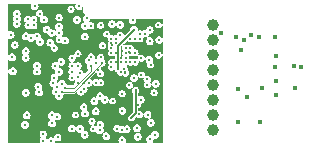
<source format=gbr>
%TF.GenerationSoftware,KiCad,Pcbnew,(7.0.0)*%
%TF.CreationDate,2023-08-10T15:11:27-07:00*%
%TF.ProjectId,Miniscope-v4-Wire-Free,4d696e69-7363-46f7-9065-2d76342d5769,rev?*%
%TF.SameCoordinates,Original*%
%TF.FileFunction,Copper,L3,Inr*%
%TF.FilePolarity,Positive*%
%FSLAX46Y46*%
G04 Gerber Fmt 4.6, Leading zero omitted, Abs format (unit mm)*
G04 Created by KiCad (PCBNEW (7.0.0)) date 2023-08-10 15:11:27*
%MOMM*%
%LPD*%
G01*
G04 APERTURE LIST*
%TA.AperFunction,ComponentPad*%
%ADD10C,1.000000*%
%TD*%
%TA.AperFunction,ViaPad*%
%ADD11C,0.304800*%
%TD*%
%TA.AperFunction,ViaPad*%
%ADD12C,0.254000*%
%TD*%
%TA.AperFunction,ViaPad*%
%ADD13C,0.400000*%
%TD*%
%TA.AperFunction,Conductor*%
%ADD14C,0.152400*%
%TD*%
%TA.AperFunction,Conductor*%
%ADD15C,0.101600*%
%TD*%
G04 APERTURE END LIST*
D10*
%TO.N,+3V3*%
%TO.C,J21*%
X97000000Y-60055000D03*
%TD*%
%TO.N,/I2C_BB_SCL*%
%TO.C,J22*%
X97000000Y-61325000D03*
%TD*%
%TO.N,/IR_REC*%
%TO.C,J24*%
X97000000Y-63865000D03*
%TD*%
%TO.N,/I_LED*%
%TO.C,J25*%
X97000000Y-65135000D03*
%TD*%
%TO.N,+1V8*%
%TO.C,J26*%
X97000000Y-66405000D03*
%TD*%
%TO.N,/nON*%
%TO.C,J27*%
X97000000Y-67675000D03*
%TD*%
%TO.N,/I2C_BB_SDA*%
%TO.C,J23*%
X97000000Y-62595000D03*
%TD*%
%TO.N,GND*%
%TO.C,J12*%
X97000000Y-68945000D03*
%TD*%
D11*
%TO.N,Net-(U1-FB1)*%
X87808100Y-66367500D03*
D12*
X90601400Y-66808300D03*
D11*
%TO.N,Net-(U1-FB2)*%
X90857000Y-66367500D03*
%TO.N,Net-(D2-K)*%
X82191800Y-65254200D03*
D12*
X84960400Y-58701000D03*
X84960400Y-58701000D03*
D11*
%TO.N,Net-(U1-SW1)*%
X87945402Y-69462600D03*
D12*
X89280600Y-68903800D03*
D11*
%TO.N,Net-(U1-SW2)*%
X90614100Y-69513400D03*
%TO.N,Net-(U6B-VSW)*%
X91615200Y-61410790D03*
D12*
%TO.N,Net-(Q2-B)*%
X86630160Y-60112368D03*
X85620800Y-58472400D03*
D11*
%TO.N,Net-(U1-PROG)*%
X87449600Y-68480000D03*
D12*
%TO.N,Net-(U1-HPWR)*%
X88491000Y-66473400D03*
X86738400Y-68213300D03*
D11*
%TO.N,GND*%
X81051000Y-68497400D03*
X83349700Y-68357700D03*
X85474133Y-59612893D03*
X81114500Y-65779600D03*
X92060200Y-69335600D03*
D13*
X99140000Y-68270000D03*
X102200000Y-63590000D03*
D11*
X83957611Y-64010396D03*
D13*
X103820000Y-63550000D03*
X100980000Y-68300000D03*
D12*
X89850400Y-62299800D03*
D11*
X83210000Y-61537800D03*
D13*
X102210000Y-61070000D03*
X99819400Y-66125600D03*
D11*
X81571700Y-61131400D03*
D12*
X86672400Y-62754000D03*
D11*
X83556203Y-64504598D03*
D12*
X89698000Y-68853000D03*
D11*
X86446800Y-64941400D03*
X83932200Y-66033600D03*
D13*
X99370000Y-62120000D03*
X104410000Y-63580000D03*
D11*
X86131000Y-67544900D03*
X82625800Y-69275800D03*
X85032200Y-68810200D03*
D12*
X85049800Y-62858600D03*
D11*
X82090200Y-63476200D03*
X91615200Y-69707000D03*
X83946500Y-60170600D03*
D12*
X90907800Y-62840800D03*
D11*
X88417000Y-59963000D03*
X83819600Y-69551500D03*
X81889200Y-58464400D03*
X85722400Y-68835600D03*
X81127200Y-62274400D03*
D12*
X89129800Y-60915800D03*
D11*
X89318700Y-67316300D03*
X90282200Y-64535000D03*
X82079700Y-63988900D03*
D12*
X81317700Y-60077300D03*
X89982200Y-62398200D03*
X89982200Y-62398200D03*
X88782200Y-62398200D03*
X88782200Y-62398200D03*
X90382200Y-63198200D03*
D11*
%TO.N,/SD_DAT2*%
X79844500Y-60890100D03*
%TO.N,/SD_DAT3*%
X80187400Y-61741000D03*
%TO.N,/SD_DAT0*%
X82067000Y-61017100D03*
%TO.N,/SD_CMD*%
X79971500Y-62769700D03*
D12*
X81305000Y-59569300D03*
D11*
%TO.N,/SD_CLK*%
X81130607Y-61000993D03*
%TO.N,/SD_DAT1*%
X80352500Y-59937600D03*
D12*
X81813000Y-59582000D03*
%TO.N,/USB_VBUS*%
X91983500Y-65774900D03*
D11*
X86933200Y-66502800D03*
%TO.N,/SWCLK*%
X86154200Y-60123400D03*
D12*
X89982200Y-61998200D03*
D11*
%TO.N,/SWDIO*%
X86116600Y-61029800D03*
D12*
X89582200Y-61998200D03*
D11*
%TO.N,+1V8*%
X91676198Y-62223610D03*
D13*
X100860800Y-61045600D03*
D11*
X81508200Y-68522800D03*
X81114500Y-63447200D03*
X82706100Y-60017900D03*
X91676174Y-59683600D03*
X84465600Y-66006475D03*
X84160800Y-63595200D03*
X88021597Y-68785053D03*
X82143200Y-62210900D03*
D12*
X90374400Y-61697800D03*
X85828800Y-62641800D03*
D11*
X91145275Y-68904400D03*
D13*
X102350000Y-62640000D03*
D11*
X85664425Y-60683005D03*
X87920000Y-65805000D03*
D12*
X86726200Y-61766400D03*
X90374400Y-61697800D03*
X89182200Y-62798200D03*
X86054800Y-66490800D03*
X90383800Y-62798200D03*
X92330200Y-66405000D03*
X89182200Y-62798200D03*
X86726200Y-61766400D03*
X90730600Y-68021100D03*
X90382200Y-61998200D03*
X89982200Y-62798200D03*
D11*
%TO.N,/SPI1_MOSI*%
X83451300Y-64966800D03*
D12*
X88782200Y-61198200D03*
X88782200Y-61198200D03*
D11*
%TO.N,/SPI1_MISO*%
X83787717Y-65298375D03*
D12*
X88382200Y-61198200D03*
X88382200Y-61198200D03*
%TO.N,/SPI1_SCK*%
X88782200Y-61598200D03*
X88782200Y-61598200D03*
X85787754Y-65731537D03*
X85787754Y-65731537D03*
%TO.N,/SPI1_NSS*%
X87640600Y-61791800D03*
X86052254Y-65490537D03*
X87640600Y-61791800D03*
D11*
%TO.N,/SDMMC1_D0*%
X82884880Y-60430360D03*
D12*
X88382200Y-61598200D03*
D11*
%TO.N,/SDMMC1_D1*%
X83982160Y-61273640D03*
X82675813Y-59581213D03*
%TO.N,/SDMMC1_D3*%
X80365202Y-59074000D03*
X84454600Y-61359968D03*
%TO.N,/SDMMC1_CMD*%
X80377900Y-59505800D03*
D12*
X87982200Y-60798200D03*
%TO.N,/SDMMC1_D2*%
X82309000Y-59073300D03*
X88382200Y-61998200D03*
D11*
%TO.N,/SDMMC1_CK*%
X82346400Y-61461600D03*
D12*
X88382200Y-62398200D03*
D11*
%TO.N,+3V3*%
X83946500Y-60720600D03*
X81216100Y-67684600D03*
D13*
X99133600Y-65490600D03*
D11*
X80035000Y-63950800D03*
X81114500Y-62833200D03*
X91424700Y-64644610D03*
D12*
X90434600Y-65576400D03*
X90079000Y-67913200D03*
D11*
X83792000Y-67802000D03*
X82259295Y-65741708D03*
X83311500Y-60720600D03*
D13*
X98930400Y-61020200D03*
D11*
X83652687Y-65681699D03*
D12*
X81813000Y-60077300D03*
X83946600Y-59416900D03*
X83946600Y-59416900D03*
X83551200Y-61995000D03*
X90434600Y-65576400D03*
X92365000Y-60039200D03*
X90079000Y-67913200D03*
X89901200Y-65144600D03*
X83551200Y-61995000D03*
D11*
X83300000Y-69880000D03*
D12*
X92365000Y-60039200D03*
X81813000Y-60077300D03*
D13*
%TO.N,/EWL_1*%
X102300000Y-65990000D03*
%TO.N,/EWL_2*%
X102299996Y-64770000D03*
D12*
%TO.N,/LED_PWM*%
X87472400Y-62746600D03*
D11*
X91245317Y-60771100D03*
%TO.N,VDC*%
X89307600Y-69800400D03*
X82625800Y-69830900D03*
X87043200Y-67349700D03*
D12*
X86861000Y-68843400D03*
D11*
%TO.N,/ENT*%
X90290855Y-60437692D03*
D12*
X88936000Y-63747600D03*
X90380880Y-61198200D03*
X88936000Y-63747600D03*
D11*
%TO.N,/VDD_PIX*%
X85546000Y-64489600D03*
X83627400Y-63519002D03*
D12*
X85546800Y-62490300D03*
X86046000Y-66989600D03*
D11*
%TO.N,/VDDA*%
X89129800Y-60025800D03*
%TO.N,/RESET_N*%
X84480000Y-65346075D03*
X86614267Y-63531700D03*
%TO.N,/TRIGGER0*%
X84165513Y-65676275D03*
X87550000Y-63250000D03*
%TO.N,/MONITOR0*%
X83330000Y-67690000D03*
D12*
X87475000Y-60072600D03*
X87475000Y-60072600D03*
D11*
%TO.N,/BAT+*%
X86125873Y-69346527D03*
D13*
%TO.N,/IR_REC*%
X101110000Y-65340000D03*
D11*
%TO.N,/XIN32*%
X91628400Y-60466300D03*
D12*
X88418600Y-61702200D03*
D11*
%TO.N,/XOUT32*%
X90167400Y-59640800D03*
%TO.N,/VDDCORE*%
X91589800Y-62993600D03*
%TO.N,/nRESET*%
X87437400Y-66084400D03*
D12*
X90382200Y-62398200D03*
D11*
%TO.N,/CLK1_OUT*%
X84150000Y-63150000D03*
X87058100Y-63224392D03*
D12*
%TO.N,/PCC_DEN2*%
X88382200Y-63198200D03*
X85546800Y-64992200D03*
%TO.N,/PCC_DATA0*%
X88382200Y-63598200D03*
X86471360Y-63041480D03*
%TO.N,/PCC_DEN1*%
X88782200Y-63198200D03*
X86046000Y-64989600D03*
%TO.N,/PCC_DATA1*%
X87250000Y-63836500D03*
X85046000Y-63489600D03*
%TO.N,/PCC_DATA3*%
X85045999Y-63988900D03*
X89182200Y-63198200D03*
%TO.N,/PCC_DATA2*%
X87423389Y-64153977D03*
X85546800Y-63493600D03*
%TO.N,/PCC_DATA5*%
X89153600Y-64042800D03*
X89153600Y-64042800D03*
X89582200Y-62798200D03*
X89582200Y-62798200D03*
%TO.N,/PCC_DATA4*%
X89582200Y-63198200D03*
X85724600Y-64141300D03*
D11*
%TO.N,/ADC0*%
X90536200Y-68776800D03*
D12*
X85340800Y-67650200D03*
X89982200Y-61198200D03*
D11*
%TO.N,/PCC_DATA7*%
X84175200Y-65002360D03*
D12*
X89982200Y-63198200D03*
X87462800Y-64921080D03*
%TO.N,/PCC_DATA6*%
X85048960Y-64494360D03*
X87056400Y-64916000D03*
X87056400Y-64916000D03*
X85048960Y-64494360D03*
D13*
%TO.N,/I2C_BB_SDA*%
X100238009Y-60867800D03*
D12*
X90782200Y-61198200D03*
X92381000Y-62595000D03*
D13*
%TO.N,/I2C_BB_SCL*%
X99565419Y-61285419D03*
D12*
X92402600Y-61317200D03*
X90782200Y-60798200D03*
%TO.N,/I_LED*%
X89443500Y-63730200D03*
D13*
X103900000Y-65410000D03*
D11*
X92123196Y-65025600D03*
%TO.N,/UART_RX*%
X91704600Y-68319600D03*
D12*
X89547946Y-64013589D03*
X89557454Y-64106237D03*
D11*
%TO.N,/UART_TX*%
X91441871Y-67629458D03*
D12*
X89582200Y-62398200D03*
X89582200Y-62398200D03*
D11*
%TO.N,/SD_DET*%
X86281200Y-59488402D03*
D12*
%TO.N,/PUSH_BUT_MCU*%
X89280600Y-65863790D03*
X91424700Y-65093500D03*
D13*
%TO.N,/nON*%
X97700000Y-60740000D03*
D12*
%TO.N,/3V3_EN*%
X90730600Y-67621100D03*
X90917200Y-64255600D03*
D11*
%TO.N,/nCHRG*%
X88872000Y-68810200D03*
X87398800Y-68962600D03*
D12*
X91692116Y-63424684D03*
%TD*%
D14*
%TO.N,+3V3*%
X90434600Y-65576400D02*
X90434600Y-67532200D01*
X90434600Y-67532200D02*
X90079000Y-67887800D01*
%TO.N,/ENT*%
X88936000Y-61792547D02*
X88936000Y-63747600D01*
X90290855Y-60437692D02*
X88936000Y-61792547D01*
D15*
%TO.N,/RESET_N*%
X86614267Y-63910333D02*
X85178525Y-65346075D01*
X85178525Y-65346075D02*
X84480000Y-65346075D01*
X86614267Y-63531700D02*
X86614267Y-63910333D01*
%TO.N,/TRIGGER0*%
X84165513Y-65676275D02*
X85176525Y-65676275D01*
X85176525Y-65676275D02*
X87550000Y-63302800D01*
X87550000Y-63302800D02*
X87550000Y-63250000D01*
D14*
%TO.N,/IR_REC*%
X97202810Y-63831800D02*
X97202810Y-63865000D01*
%TD*%
%TA.AperFunction,Conductor*%
%TO.N,+1V8*%
G36*
X90629716Y-62637547D02*
G01*
X90646749Y-62667048D01*
X90640835Y-62700596D01*
X90629784Y-62719738D01*
X90620303Y-62736160D01*
X90619546Y-62740450D01*
X90619546Y-62740452D01*
X90610023Y-62794458D01*
X90601852Y-62840800D01*
X90602609Y-62845093D01*
X90609183Y-62882376D01*
X90601748Y-62918389D01*
X90571627Y-62939481D01*
X90536477Y-62934334D01*
X90535174Y-62933241D01*
X90490266Y-62916896D01*
X90439422Y-62898390D01*
X90439419Y-62898389D01*
X90435327Y-62896900D01*
X90329073Y-62896900D01*
X90324981Y-62898389D01*
X90324977Y-62898390D01*
X90233319Y-62931750D01*
X90233312Y-62931753D01*
X90229226Y-62933241D01*
X90225890Y-62936039D01*
X90225885Y-62936043D01*
X90214207Y-62945841D01*
X90182197Y-62957490D01*
X90150189Y-62945839D01*
X90138514Y-62936043D01*
X90138511Y-62936041D01*
X90135174Y-62933241D01*
X90131084Y-62931752D01*
X90131080Y-62931750D01*
X90039422Y-62898390D01*
X90039419Y-62898389D01*
X90035327Y-62896900D01*
X89930093Y-62896900D01*
X89902727Y-62888707D01*
X89884366Y-62866824D01*
X89881050Y-62838452D01*
X89881169Y-62837781D01*
X89888148Y-62798200D01*
X89881050Y-62757946D01*
X89884366Y-62729576D01*
X89902727Y-62707693D01*
X89930093Y-62699500D01*
X90030968Y-62699500D01*
X90035327Y-62699500D01*
X90135174Y-62663159D01*
X90150189Y-62650559D01*
X90182200Y-62638908D01*
X90214210Y-62650559D01*
X90229226Y-62663159D01*
X90233317Y-62664648D01*
X90233319Y-62664649D01*
X90243598Y-62668390D01*
X90329073Y-62699500D01*
X90430968Y-62699500D01*
X90435327Y-62699500D01*
X90535174Y-62663159D01*
X90565694Y-62637549D01*
X90597705Y-62625897D01*
X90629716Y-62637547D01*
G37*
%TD.AperFunction*%
%TA.AperFunction,Conductor*%
G36*
X89276765Y-61830959D02*
G01*
X89297165Y-61856951D01*
X89296807Y-61889914D01*
X89294703Y-61893560D01*
X89293946Y-61897850D01*
X89293946Y-61897852D01*
X89284894Y-61949190D01*
X89276252Y-61998200D01*
X89294703Y-62102840D01*
X89296881Y-62106614D01*
X89296883Y-62106617D01*
X89335382Y-62173301D01*
X89342054Y-62198200D01*
X89335382Y-62223099D01*
X89296883Y-62289782D01*
X89296882Y-62289785D01*
X89294703Y-62293560D01*
X89276252Y-62398200D01*
X89294703Y-62502840D01*
X89334603Y-62571949D01*
X89335382Y-62573299D01*
X89342054Y-62598199D01*
X89335383Y-62623098D01*
X89298513Y-62686960D01*
X89294703Y-62693560D01*
X89293946Y-62697850D01*
X89293946Y-62697852D01*
X89284593Y-62750894D01*
X89276252Y-62798200D01*
X89283231Y-62837781D01*
X89283350Y-62838452D01*
X89280034Y-62866824D01*
X89261673Y-62888707D01*
X89234307Y-62896900D01*
X89214900Y-62896900D01*
X89179686Y-62882314D01*
X89165100Y-62847100D01*
X89165100Y-61908071D01*
X89179686Y-61872858D01*
X89214795Y-61837748D01*
X89244586Y-61823457D01*
X89276765Y-61830959D01*
G37*
%TD.AperFunction*%
%TA.AperFunction,Conductor*%
G36*
X81581498Y-58261651D02*
G01*
X81598531Y-58291153D01*
X81592615Y-58324698D01*
X81585370Y-58337247D01*
X81579643Y-58347166D01*
X81579641Y-58347169D01*
X81577466Y-58350938D01*
X81557460Y-58464400D01*
X81577466Y-58577862D01*
X81635072Y-58677638D01*
X81638404Y-58680434D01*
X81638406Y-58680436D01*
X81662914Y-58701000D01*
X81723330Y-58751695D01*
X81831594Y-58791100D01*
X81942447Y-58791100D01*
X81946806Y-58791100D01*
X82055070Y-58751695D01*
X82115486Y-58701000D01*
X84654452Y-58701000D01*
X84672903Y-58805640D01*
X84726030Y-58897660D01*
X84729362Y-58900456D01*
X84729364Y-58900458D01*
X84790663Y-58951893D01*
X84807426Y-58965959D01*
X84811517Y-58967448D01*
X84811519Y-58967449D01*
X84826639Y-58972952D01*
X84907273Y-59002300D01*
X85009168Y-59002300D01*
X85013527Y-59002300D01*
X85113374Y-58965959D01*
X85194770Y-58897660D01*
X85247897Y-58805640D01*
X85266348Y-58701000D01*
X85254483Y-58633711D01*
X85260398Y-58600165D01*
X85266397Y-58595131D01*
X85260640Y-58595131D01*
X85234545Y-58573234D01*
X85194770Y-58504340D01*
X85191436Y-58501543D01*
X85191435Y-58501541D01*
X85116711Y-58438841D01*
X85116710Y-58438840D01*
X85113374Y-58436041D01*
X85109284Y-58434552D01*
X85109280Y-58434550D01*
X85017622Y-58401190D01*
X85017619Y-58401189D01*
X85013527Y-58399700D01*
X84907273Y-58399700D01*
X84903181Y-58401189D01*
X84903177Y-58401190D01*
X84811519Y-58434550D01*
X84811512Y-58434553D01*
X84807426Y-58436041D01*
X84804091Y-58438839D01*
X84804088Y-58438841D01*
X84729364Y-58501541D01*
X84729359Y-58501545D01*
X84726030Y-58504340D01*
X84723854Y-58508108D01*
X84723853Y-58508110D01*
X84680444Y-58583299D01*
X84672903Y-58596360D01*
X84672146Y-58600650D01*
X84672146Y-58600652D01*
X84660749Y-58665289D01*
X84654452Y-58701000D01*
X82115486Y-58701000D01*
X82143328Y-58677638D01*
X82200934Y-58577862D01*
X82220940Y-58464400D01*
X82200934Y-58350938D01*
X82185784Y-58324698D01*
X82179869Y-58291153D01*
X82196902Y-58261651D01*
X82228913Y-58250000D01*
X85315035Y-58250000D01*
X85347046Y-58261651D01*
X85364078Y-58291152D01*
X85358163Y-58324699D01*
X85335483Y-58363982D01*
X85335480Y-58363987D01*
X85333303Y-58367760D01*
X85314852Y-58472400D01*
X85315609Y-58476693D01*
X85315609Y-58476694D01*
X85326716Y-58539687D01*
X85320801Y-58573234D01*
X85314802Y-58578268D01*
X85320559Y-58578268D01*
X85346654Y-58600165D01*
X85386430Y-58669060D01*
X85389762Y-58671856D01*
X85389764Y-58671858D01*
X85424495Y-58701000D01*
X85467826Y-58737359D01*
X85471917Y-58738848D01*
X85471919Y-58738849D01*
X85507214Y-58751695D01*
X85567673Y-58773700D01*
X85669568Y-58773700D01*
X85673927Y-58773700D01*
X85773774Y-58737359D01*
X85855170Y-58669060D01*
X85907071Y-58579162D01*
X85931142Y-58558053D01*
X85963089Y-58555959D01*
X85989709Y-58573746D01*
X86000000Y-58604062D01*
X86000000Y-59000000D01*
X86007004Y-59007004D01*
X86124372Y-59124372D01*
X86138201Y-59150937D01*
X86134294Y-59180629D01*
X86115633Y-59200996D01*
X86115330Y-59201107D01*
X86112000Y-59203900D01*
X86111995Y-59203904D01*
X86030406Y-59272365D01*
X86030401Y-59272369D01*
X86027072Y-59275164D01*
X86024896Y-59278932D01*
X86024895Y-59278934D01*
X85971645Y-59371165D01*
X85971644Y-59371167D01*
X85969466Y-59374940D01*
X85968709Y-59379230D01*
X85968709Y-59379232D01*
X85956354Y-59449301D01*
X85949460Y-59488402D01*
X85950217Y-59492695D01*
X85965963Y-59582000D01*
X85969466Y-59601864D01*
X86027072Y-59701640D01*
X86030404Y-59704436D01*
X86030406Y-59704438D01*
X86061043Y-59730145D01*
X86078075Y-59759646D01*
X86072160Y-59793194D01*
X86046065Y-59815091D01*
X85992424Y-59834614D01*
X85992419Y-59834616D01*
X85988330Y-59836105D01*
X85984993Y-59838904D01*
X85984991Y-59838906D01*
X85903406Y-59907363D01*
X85903401Y-59907367D01*
X85900072Y-59910162D01*
X85897896Y-59913930D01*
X85897895Y-59913932D01*
X85844645Y-60006163D01*
X85844644Y-60006165D01*
X85842466Y-60009938D01*
X85841709Y-60014228D01*
X85841709Y-60014230D01*
X85828152Y-60091118D01*
X85822460Y-60123400D01*
X85842466Y-60236862D01*
X85900072Y-60336638D01*
X85903404Y-60339434D01*
X85903406Y-60339436D01*
X85950339Y-60378817D01*
X85988330Y-60410695D01*
X86096594Y-60450100D01*
X86207447Y-60450100D01*
X86211806Y-60450100D01*
X86320070Y-60410695D01*
X86386501Y-60354952D01*
X86418511Y-60343302D01*
X86450521Y-60354952D01*
X86477186Y-60377327D01*
X86481277Y-60378816D01*
X86481279Y-60378817D01*
X86522720Y-60393900D01*
X86577033Y-60413668D01*
X86678928Y-60413668D01*
X86683287Y-60413668D01*
X86783134Y-60377327D01*
X86864530Y-60309028D01*
X86917657Y-60217008D01*
X86936108Y-60112368D01*
X86929096Y-60072600D01*
X87169052Y-60072600D01*
X87187503Y-60177240D01*
X87240630Y-60269260D01*
X87243962Y-60272056D01*
X87243964Y-60272058D01*
X87297403Y-60316898D01*
X87322026Y-60337559D01*
X87326117Y-60339048D01*
X87326119Y-60339049D01*
X87369816Y-60354953D01*
X87421873Y-60373900D01*
X87523768Y-60373900D01*
X87528127Y-60373900D01*
X87627974Y-60337559D01*
X87709370Y-60269260D01*
X87762497Y-60177240D01*
X87780948Y-60072600D01*
X87762497Y-59967960D01*
X87759633Y-59963000D01*
X88085260Y-59963000D01*
X88086017Y-59967293D01*
X88102615Y-60061430D01*
X88105266Y-60076462D01*
X88162872Y-60176238D01*
X88166204Y-60179034D01*
X88166206Y-60179036D01*
X88169667Y-60181940D01*
X88251130Y-60250295D01*
X88359394Y-60289700D01*
X88470247Y-60289700D01*
X88474606Y-60289700D01*
X88582870Y-60250295D01*
X88671128Y-60176238D01*
X88720273Y-60091115D01*
X88742352Y-60070884D01*
X88772046Y-60066974D01*
X88798612Y-60080804D01*
X88812442Y-60107369D01*
X88814081Y-60116661D01*
X88818066Y-60139262D01*
X88875672Y-60239038D01*
X88879004Y-60241834D01*
X88879006Y-60241836D01*
X88920625Y-60276758D01*
X88963930Y-60313095D01*
X89072194Y-60352500D01*
X89183047Y-60352500D01*
X89187406Y-60352500D01*
X89295670Y-60313095D01*
X89383928Y-60239038D01*
X89441534Y-60139262D01*
X89461540Y-60025800D01*
X89441534Y-59912338D01*
X89383928Y-59812562D01*
X89380594Y-59809765D01*
X89380593Y-59809763D01*
X89299008Y-59741306D01*
X89295670Y-59738505D01*
X89291577Y-59737015D01*
X89291575Y-59737014D01*
X89191501Y-59700590D01*
X89191498Y-59700589D01*
X89187406Y-59699100D01*
X89072194Y-59699100D01*
X89068102Y-59700589D01*
X89068098Y-59700590D01*
X88968024Y-59737014D01*
X88968019Y-59737016D01*
X88963930Y-59738505D01*
X88960593Y-59741304D01*
X88960591Y-59741306D01*
X88879006Y-59809763D01*
X88879001Y-59809767D01*
X88875672Y-59812562D01*
X88873498Y-59816326D01*
X88873494Y-59816332D01*
X88826528Y-59897681D01*
X88804446Y-59917915D01*
X88774752Y-59921824D01*
X88748186Y-59907995D01*
X88734357Y-59881428D01*
X88729491Y-59853831D01*
X88729490Y-59853830D01*
X88728734Y-59849538D01*
X88671128Y-59749762D01*
X88667794Y-59746965D01*
X88667793Y-59746963D01*
X88586208Y-59678506D01*
X88582870Y-59675705D01*
X88578777Y-59674215D01*
X88578775Y-59674214D01*
X88478701Y-59637790D01*
X88478698Y-59637789D01*
X88474606Y-59636300D01*
X88359394Y-59636300D01*
X88355302Y-59637789D01*
X88355298Y-59637790D01*
X88255224Y-59674214D01*
X88255219Y-59674216D01*
X88251130Y-59675705D01*
X88247793Y-59678504D01*
X88247791Y-59678506D01*
X88166206Y-59746963D01*
X88166201Y-59746967D01*
X88162872Y-59749762D01*
X88160696Y-59753530D01*
X88160695Y-59753532D01*
X88107445Y-59845763D01*
X88107444Y-59845765D01*
X88105266Y-59849538D01*
X88104509Y-59853828D01*
X88104509Y-59853830D01*
X88092934Y-59919478D01*
X88085260Y-59963000D01*
X87759633Y-59963000D01*
X87709370Y-59875940D01*
X87706036Y-59873143D01*
X87706035Y-59873141D01*
X87631311Y-59810441D01*
X87631310Y-59810440D01*
X87627974Y-59807641D01*
X87623884Y-59806152D01*
X87623880Y-59806150D01*
X87532222Y-59772790D01*
X87532219Y-59772789D01*
X87528127Y-59771300D01*
X87421873Y-59771300D01*
X87417781Y-59772789D01*
X87417777Y-59772790D01*
X87326119Y-59806150D01*
X87326112Y-59806153D01*
X87322026Y-59807641D01*
X87318691Y-59810439D01*
X87318688Y-59810441D01*
X87243964Y-59873141D01*
X87243959Y-59873145D01*
X87240630Y-59875940D01*
X87238454Y-59879708D01*
X87238453Y-59879710D01*
X87190367Y-59963000D01*
X87187503Y-59967960D01*
X87169052Y-60072600D01*
X86929096Y-60072600D01*
X86917657Y-60007728D01*
X86864530Y-59915708D01*
X86861196Y-59912911D01*
X86861195Y-59912909D01*
X86786471Y-59850209D01*
X86786470Y-59850208D01*
X86783134Y-59847409D01*
X86779044Y-59845920D01*
X86779040Y-59845918D01*
X86687382Y-59812558D01*
X86687379Y-59812557D01*
X86683287Y-59811068D01*
X86577033Y-59811068D01*
X86572942Y-59812556D01*
X86572936Y-59812558D01*
X86538465Y-59825105D01*
X86504400Y-59825104D01*
X86478305Y-59803208D01*
X86472390Y-59769660D01*
X86489423Y-59740159D01*
X86501376Y-59730129D01*
X86535328Y-59701640D01*
X86592934Y-59601864D01*
X86603638Y-59541152D01*
X86620671Y-59511651D01*
X86652682Y-59500000D01*
X89801138Y-59500000D01*
X89828504Y-59508193D01*
X89846865Y-59530075D01*
X89850180Y-59558446D01*
X89835660Y-59640800D01*
X89836417Y-59645093D01*
X89849412Y-59718796D01*
X89855666Y-59754262D01*
X89913272Y-59854038D01*
X89916604Y-59856834D01*
X89916606Y-59856836D01*
X89943867Y-59879710D01*
X90001530Y-59928095D01*
X90109794Y-59967500D01*
X90220647Y-59967500D01*
X90225006Y-59967500D01*
X90333270Y-59928095D01*
X90421528Y-59854038D01*
X90479134Y-59754262D01*
X90499140Y-59640800D01*
X90484619Y-59558446D01*
X90487935Y-59530075D01*
X90506296Y-59508193D01*
X90533662Y-59500000D01*
X92700200Y-59500000D01*
X92735414Y-59514586D01*
X92750000Y-59549800D01*
X92750000Y-59922230D01*
X92738349Y-59954241D01*
X92708847Y-59971273D01*
X92675300Y-59965358D01*
X92653403Y-59939262D01*
X92653253Y-59938852D01*
X92652497Y-59934560D01*
X92599370Y-59842540D01*
X92596036Y-59839743D01*
X92596035Y-59839741D01*
X92521311Y-59777041D01*
X92521310Y-59777040D01*
X92517974Y-59774241D01*
X92513884Y-59772752D01*
X92513880Y-59772750D01*
X92422222Y-59739390D01*
X92422219Y-59739389D01*
X92418127Y-59737900D01*
X92311873Y-59737900D01*
X92307781Y-59739389D01*
X92307777Y-59739390D01*
X92216119Y-59772750D01*
X92216112Y-59772753D01*
X92212026Y-59774241D01*
X92208691Y-59777039D01*
X92208688Y-59777041D01*
X92133964Y-59839741D01*
X92133959Y-59839745D01*
X92130630Y-59842540D01*
X92128454Y-59846308D01*
X92128453Y-59846310D01*
X92081236Y-59928095D01*
X92077503Y-59934560D01*
X92076746Y-59938850D01*
X92076746Y-59938852D01*
X92071029Y-59971273D01*
X92059052Y-60039200D01*
X92077503Y-60143840D01*
X92130630Y-60235860D01*
X92133962Y-60238656D01*
X92133964Y-60238658D01*
X92180882Y-60278026D01*
X92212026Y-60304159D01*
X92216117Y-60305648D01*
X92216119Y-60305649D01*
X92236660Y-60313125D01*
X92311873Y-60340500D01*
X92413768Y-60340500D01*
X92418127Y-60340500D01*
X92517974Y-60304159D01*
X92599370Y-60235860D01*
X92652497Y-60143840D01*
X92653253Y-60139547D01*
X92653403Y-60139138D01*
X92675300Y-60113042D01*
X92708847Y-60107127D01*
X92738349Y-60124159D01*
X92750000Y-60156170D01*
X92750000Y-61130458D01*
X92739709Y-61160774D01*
X92713089Y-61178561D01*
X92681142Y-61176467D01*
X92657072Y-61155358D01*
X92652091Y-61146730D01*
X92636970Y-61120540D01*
X92633636Y-61117743D01*
X92633635Y-61117741D01*
X92558911Y-61055041D01*
X92558910Y-61055040D01*
X92555574Y-61052241D01*
X92551484Y-61050752D01*
X92551480Y-61050750D01*
X92459822Y-61017390D01*
X92459819Y-61017389D01*
X92455727Y-61015900D01*
X92349473Y-61015900D01*
X92345381Y-61017389D01*
X92345377Y-61017390D01*
X92253719Y-61050750D01*
X92253712Y-61050753D01*
X92249626Y-61052241D01*
X92246291Y-61055039D01*
X92246288Y-61055041D01*
X92171564Y-61117741D01*
X92171559Y-61117745D01*
X92168230Y-61120540D01*
X92166054Y-61124308D01*
X92166053Y-61124310D01*
X92123394Y-61198200D01*
X92115103Y-61212560D01*
X92114346Y-61216850D01*
X92114346Y-61216852D01*
X92108125Y-61252132D01*
X92096652Y-61317200D01*
X92115103Y-61421840D01*
X92168230Y-61513860D01*
X92171562Y-61516656D01*
X92171564Y-61516658D01*
X92201877Y-61542093D01*
X92249626Y-61582159D01*
X92253717Y-61583648D01*
X92253719Y-61583649D01*
X92295482Y-61598849D01*
X92349473Y-61618500D01*
X92451368Y-61618500D01*
X92455727Y-61618500D01*
X92555574Y-61582159D01*
X92636970Y-61513860D01*
X92657071Y-61479042D01*
X92681142Y-61457933D01*
X92713089Y-61455839D01*
X92739709Y-61473626D01*
X92750000Y-61503942D01*
X92750000Y-62445671D01*
X92739709Y-62475987D01*
X92713089Y-62493774D01*
X92681142Y-62491680D01*
X92657072Y-62470571D01*
X92655847Y-62468450D01*
X92615370Y-62398340D01*
X92612036Y-62395543D01*
X92612035Y-62395541D01*
X92537311Y-62332841D01*
X92537310Y-62332840D01*
X92533974Y-62330041D01*
X92529884Y-62328552D01*
X92529880Y-62328550D01*
X92438222Y-62295190D01*
X92438219Y-62295189D01*
X92434127Y-62293700D01*
X92327873Y-62293700D01*
X92323781Y-62295189D01*
X92323777Y-62295190D01*
X92232119Y-62328550D01*
X92232112Y-62328553D01*
X92228026Y-62330041D01*
X92224691Y-62332839D01*
X92224688Y-62332841D01*
X92149964Y-62395541D01*
X92149959Y-62395545D01*
X92146630Y-62398340D01*
X92144454Y-62402108D01*
X92144453Y-62402110D01*
X92096479Y-62485206D01*
X92093503Y-62490360D01*
X92092746Y-62494650D01*
X92092746Y-62494652D01*
X92078859Y-62573409D01*
X92075052Y-62595000D01*
X92093503Y-62699640D01*
X92146630Y-62791660D01*
X92149962Y-62794456D01*
X92149964Y-62794458D01*
X92154424Y-62798200D01*
X92228026Y-62859959D01*
X92232117Y-62861448D01*
X92232119Y-62861449D01*
X92273096Y-62876363D01*
X92327873Y-62896300D01*
X92429768Y-62896300D01*
X92434127Y-62896300D01*
X92533974Y-62859959D01*
X92615370Y-62791660D01*
X92657071Y-62719429D01*
X92681142Y-62698320D01*
X92713089Y-62696226D01*
X92739709Y-62714013D01*
X92750000Y-62744329D01*
X92750000Y-69950200D01*
X92735414Y-69985414D01*
X92700200Y-70000000D01*
X91908209Y-70000000D01*
X91874035Y-69986424D01*
X91858493Y-69953098D01*
X91869371Y-69920263D01*
X91869328Y-69920238D01*
X91869327Y-69920238D01*
X91926934Y-69820462D01*
X91946940Y-69707000D01*
X91947339Y-69707070D01*
X91954376Y-69683568D01*
X91976260Y-69665206D01*
X92002238Y-69662170D01*
X92002594Y-69662300D01*
X92113447Y-69662300D01*
X92117806Y-69662300D01*
X92226070Y-69622895D01*
X92314328Y-69548838D01*
X92371934Y-69449062D01*
X92391940Y-69335600D01*
X92371934Y-69222138D01*
X92314328Y-69122362D01*
X92310994Y-69119565D01*
X92310993Y-69119563D01*
X92229408Y-69051106D01*
X92226070Y-69048305D01*
X92221977Y-69046815D01*
X92221975Y-69046814D01*
X92121901Y-69010390D01*
X92121898Y-69010389D01*
X92117806Y-69008900D01*
X92002594Y-69008900D01*
X91998502Y-69010389D01*
X91998498Y-69010390D01*
X91898424Y-69046814D01*
X91898419Y-69046816D01*
X91894330Y-69048305D01*
X91890993Y-69051104D01*
X91890991Y-69051106D01*
X91809406Y-69119563D01*
X91809401Y-69119567D01*
X91806072Y-69122362D01*
X91803896Y-69126130D01*
X91803895Y-69126132D01*
X91750645Y-69218363D01*
X91750644Y-69218365D01*
X91748466Y-69222138D01*
X91747709Y-69226428D01*
X91747709Y-69226430D01*
X91734709Y-69300162D01*
X91729060Y-69332194D01*
X91729060Y-69332196D01*
X91728460Y-69335600D01*
X91728061Y-69335529D01*
X91721020Y-69359035D01*
X91699140Y-69377393D01*
X91673162Y-69380429D01*
X91672806Y-69380300D01*
X91557594Y-69380300D01*
X91553502Y-69381789D01*
X91553498Y-69381790D01*
X91453424Y-69418214D01*
X91453419Y-69418216D01*
X91449330Y-69419705D01*
X91445993Y-69422504D01*
X91445991Y-69422506D01*
X91364406Y-69490963D01*
X91364401Y-69490967D01*
X91361072Y-69493762D01*
X91358896Y-69497530D01*
X91358895Y-69497532D01*
X91305645Y-69589763D01*
X91305644Y-69589765D01*
X91303466Y-69593538D01*
X91302709Y-69597828D01*
X91302709Y-69597830D01*
X91289415Y-69673227D01*
X91283460Y-69707000D01*
X91286057Y-69721730D01*
X91297708Y-69787809D01*
X91303466Y-69820462D01*
X91360949Y-69920026D01*
X91360950Y-69920027D01*
X91361072Y-69920238D01*
X91361028Y-69920263D01*
X91371907Y-69953098D01*
X91356365Y-69986424D01*
X91322191Y-70000000D01*
X89655858Y-70000000D01*
X89623847Y-69988349D01*
X89606814Y-69958847D01*
X89612729Y-69925301D01*
X89619334Y-69913862D01*
X89639340Y-69800400D01*
X89619334Y-69686938D01*
X89561728Y-69587162D01*
X89558394Y-69584365D01*
X89558393Y-69584363D01*
X89476808Y-69515906D01*
X89473470Y-69513105D01*
X89469377Y-69511615D01*
X89469375Y-69511614D01*
X89369301Y-69475190D01*
X89369298Y-69475189D01*
X89365206Y-69473700D01*
X89249994Y-69473700D01*
X89245902Y-69475189D01*
X89245898Y-69475190D01*
X89145824Y-69511614D01*
X89145819Y-69511616D01*
X89141730Y-69513105D01*
X89138393Y-69515904D01*
X89138391Y-69515906D01*
X89056806Y-69584363D01*
X89056801Y-69584367D01*
X89053472Y-69587162D01*
X89051296Y-69590930D01*
X89051295Y-69590932D01*
X88998045Y-69683163D01*
X88998044Y-69683165D01*
X88995866Y-69686938D01*
X88995109Y-69691228D01*
X88995109Y-69691230D01*
X88987723Y-69733120D01*
X88975860Y-69800400D01*
X88995866Y-69913862D01*
X89002470Y-69925301D01*
X89008386Y-69958847D01*
X88991353Y-69988349D01*
X88959342Y-70000000D01*
X83669930Y-70000000D01*
X83642565Y-69991807D01*
X83624203Y-69969925D01*
X83620886Y-69941555D01*
X83629588Y-69892202D01*
X83642406Y-69866680D01*
X83667145Y-69852396D01*
X83695661Y-69854056D01*
X83761994Y-69878200D01*
X83872847Y-69878200D01*
X83877206Y-69878200D01*
X83985470Y-69838795D01*
X84073728Y-69764738D01*
X84131334Y-69664962D01*
X84151340Y-69551500D01*
X84131334Y-69438038D01*
X84073728Y-69338262D01*
X84070394Y-69335465D01*
X84070393Y-69335463D01*
X83988808Y-69267006D01*
X83985470Y-69264205D01*
X83981377Y-69262715D01*
X83981375Y-69262714D01*
X83881301Y-69226290D01*
X83881298Y-69226289D01*
X83877206Y-69224800D01*
X83761994Y-69224800D01*
X83757902Y-69226289D01*
X83757898Y-69226290D01*
X83657824Y-69262714D01*
X83657819Y-69262716D01*
X83653730Y-69264205D01*
X83650393Y-69267004D01*
X83650391Y-69267006D01*
X83568806Y-69335463D01*
X83568801Y-69335467D01*
X83565472Y-69338262D01*
X83563296Y-69342030D01*
X83563295Y-69342032D01*
X83510045Y-69434263D01*
X83510044Y-69434265D01*
X83507866Y-69438038D01*
X83507109Y-69442328D01*
X83507109Y-69442330D01*
X83490012Y-69539293D01*
X83477192Y-69564820D01*
X83452454Y-69579103D01*
X83423936Y-69577442D01*
X83361701Y-69554790D01*
X83361698Y-69554789D01*
X83357606Y-69553300D01*
X83242394Y-69553300D01*
X83238302Y-69554789D01*
X83238298Y-69554790D01*
X83138224Y-69591214D01*
X83138219Y-69591216D01*
X83134130Y-69592705D01*
X83130793Y-69595504D01*
X83130791Y-69595506D01*
X83049206Y-69663963D01*
X83049201Y-69663967D01*
X83045872Y-69666762D01*
X83043698Y-69670526D01*
X83043694Y-69670532D01*
X83020202Y-69711223D01*
X82994106Y-69733120D01*
X82960041Y-69733120D01*
X82933946Y-69711223D01*
X82917745Y-69683163D01*
X82879928Y-69617662D01*
X82848746Y-69591498D01*
X82833050Y-69567633D01*
X82833050Y-69539067D01*
X82848746Y-69515201D01*
X82879928Y-69489038D01*
X82937534Y-69389262D01*
X82957540Y-69275800D01*
X82937534Y-69162338D01*
X82879928Y-69062562D01*
X82876594Y-69059765D01*
X82876593Y-69059763D01*
X82805973Y-69000506D01*
X82791670Y-68988505D01*
X82787577Y-68987015D01*
X82787575Y-68987014D01*
X82687501Y-68950590D01*
X82687498Y-68950589D01*
X82683406Y-68949100D01*
X82568194Y-68949100D01*
X82564102Y-68950589D01*
X82564098Y-68950590D01*
X82464024Y-68987014D01*
X82464019Y-68987016D01*
X82459930Y-68988505D01*
X82456593Y-68991304D01*
X82456591Y-68991306D01*
X82375006Y-69059763D01*
X82375001Y-69059767D01*
X82371672Y-69062562D01*
X82369496Y-69066330D01*
X82369495Y-69066332D01*
X82316245Y-69158563D01*
X82316244Y-69158565D01*
X82314066Y-69162338D01*
X82313309Y-69166628D01*
X82313309Y-69166630D01*
X82302288Y-69229133D01*
X82294060Y-69275800D01*
X82296375Y-69288927D01*
X82312748Y-69381790D01*
X82314066Y-69389262D01*
X82371672Y-69489038D01*
X82375007Y-69491836D01*
X82402851Y-69515201D01*
X82418548Y-69539067D01*
X82418548Y-69567633D01*
X82402851Y-69591499D01*
X82375007Y-69614863D01*
X82375005Y-69614865D01*
X82371672Y-69617662D01*
X82369496Y-69621430D01*
X82369495Y-69621432D01*
X82316245Y-69713663D01*
X82316244Y-69713665D01*
X82314066Y-69717438D01*
X82313309Y-69721728D01*
X82313309Y-69721730D01*
X82301658Y-69787809D01*
X82294060Y-69830900D01*
X82309812Y-69920238D01*
X82313571Y-69941552D01*
X82310255Y-69969925D01*
X82291894Y-69991807D01*
X82264528Y-70000000D01*
X79699800Y-70000000D01*
X79664586Y-69985414D01*
X79650000Y-69950200D01*
X79650000Y-68497400D01*
X80719260Y-68497400D01*
X80739266Y-68610862D01*
X80796872Y-68710638D01*
X80800204Y-68713434D01*
X80800206Y-68713436D01*
X80852270Y-68757122D01*
X80885130Y-68784695D01*
X80993394Y-68824100D01*
X81104247Y-68824100D01*
X81108606Y-68824100D01*
X81146796Y-68810200D01*
X84700460Y-68810200D01*
X84720466Y-68923662D01*
X84778072Y-69023438D01*
X84781404Y-69026234D01*
X84781406Y-69026236D01*
X84823186Y-69061293D01*
X84866330Y-69097495D01*
X84974594Y-69136900D01*
X85085447Y-69136900D01*
X85089806Y-69136900D01*
X85198070Y-69097495D01*
X85286328Y-69023438D01*
X85326840Y-68953268D01*
X85352934Y-68931373D01*
X85386999Y-68931373D01*
X85413095Y-68953270D01*
X85466094Y-69045067D01*
X85466096Y-69045070D01*
X85468272Y-69048838D01*
X85471604Y-69051634D01*
X85471606Y-69051636D01*
X85517450Y-69090103D01*
X85556530Y-69122895D01*
X85664794Y-69162300D01*
X85669153Y-69162300D01*
X85769579Y-69162300D01*
X85799317Y-69172154D01*
X85817287Y-69197817D01*
X85816376Y-69229133D01*
X85816319Y-69229288D01*
X85814139Y-69233065D01*
X85813382Y-69237354D01*
X85813381Y-69237359D01*
X85802308Y-69300162D01*
X85794133Y-69346527D01*
X85794890Y-69350820D01*
X85810268Y-69438038D01*
X85814139Y-69459989D01*
X85871745Y-69559765D01*
X85875077Y-69562561D01*
X85875079Y-69562563D01*
X85917109Y-69597830D01*
X85960003Y-69633822D01*
X86068267Y-69673227D01*
X86179120Y-69673227D01*
X86183479Y-69673227D01*
X86291743Y-69633822D01*
X86380001Y-69559765D01*
X86437607Y-69459989D01*
X86457613Y-69346527D01*
X86437607Y-69233065D01*
X86380001Y-69133289D01*
X86376667Y-69130492D01*
X86376666Y-69130490D01*
X86299314Y-69065585D01*
X86291743Y-69059232D01*
X86287650Y-69057742D01*
X86287648Y-69057741D01*
X86187574Y-69021317D01*
X86187571Y-69021316D01*
X86183479Y-69019827D01*
X86078694Y-69019827D01*
X86048956Y-69009973D01*
X86030986Y-68984310D01*
X86031897Y-68952994D01*
X86031953Y-68952838D01*
X86034134Y-68949062D01*
X86054140Y-68835600D01*
X86034134Y-68722138D01*
X85976528Y-68622362D01*
X85973194Y-68619565D01*
X85973193Y-68619563D01*
X85891608Y-68551106D01*
X85888270Y-68548305D01*
X85884177Y-68546815D01*
X85884175Y-68546814D01*
X85784101Y-68510390D01*
X85784098Y-68510389D01*
X85780006Y-68508900D01*
X85664794Y-68508900D01*
X85660702Y-68510389D01*
X85660698Y-68510390D01*
X85560624Y-68546814D01*
X85560619Y-68546816D01*
X85556530Y-68548305D01*
X85553193Y-68551104D01*
X85553191Y-68551106D01*
X85471606Y-68619563D01*
X85471601Y-68619567D01*
X85468272Y-68622362D01*
X85466098Y-68626126D01*
X85466094Y-68626132D01*
X85427760Y-68692529D01*
X85401664Y-68714426D01*
X85367599Y-68714426D01*
X85341504Y-68692529D01*
X85314813Y-68646300D01*
X85286328Y-68596962D01*
X85282994Y-68594165D01*
X85282993Y-68594163D01*
X85201408Y-68525706D01*
X85198070Y-68522905D01*
X85193977Y-68521415D01*
X85193975Y-68521414D01*
X85093901Y-68484990D01*
X85093898Y-68484989D01*
X85089806Y-68483500D01*
X84974594Y-68483500D01*
X84970502Y-68484989D01*
X84970498Y-68484990D01*
X84870424Y-68521414D01*
X84870419Y-68521416D01*
X84866330Y-68522905D01*
X84862993Y-68525704D01*
X84862991Y-68525706D01*
X84781406Y-68594163D01*
X84781401Y-68594167D01*
X84778072Y-68596962D01*
X84775896Y-68600730D01*
X84775895Y-68600732D01*
X84722645Y-68692963D01*
X84722644Y-68692965D01*
X84720466Y-68696738D01*
X84719709Y-68701028D01*
X84719709Y-68701030D01*
X84712377Y-68742613D01*
X84700460Y-68810200D01*
X81146796Y-68810200D01*
X81216870Y-68784695D01*
X81305128Y-68710638D01*
X81362734Y-68610862D01*
X81382740Y-68497400D01*
X81362734Y-68383938D01*
X81305128Y-68284162D01*
X81301794Y-68281365D01*
X81301793Y-68281363D01*
X81220208Y-68212906D01*
X81216870Y-68210105D01*
X81212777Y-68208615D01*
X81212775Y-68208614D01*
X81112701Y-68172190D01*
X81112698Y-68172189D01*
X81108606Y-68170700D01*
X80993394Y-68170700D01*
X80989302Y-68172189D01*
X80989298Y-68172190D01*
X80889224Y-68208614D01*
X80889219Y-68208616D01*
X80885130Y-68210105D01*
X80881793Y-68212904D01*
X80881791Y-68212906D01*
X80800206Y-68281363D01*
X80800201Y-68281367D01*
X80796872Y-68284162D01*
X80794696Y-68287930D01*
X80794695Y-68287932D01*
X80741445Y-68380163D01*
X80741444Y-68380165D01*
X80739266Y-68383938D01*
X80738509Y-68388228D01*
X80738509Y-68388230D01*
X80734678Y-68409960D01*
X80719260Y-68497400D01*
X79650000Y-68497400D01*
X79650000Y-67684600D01*
X80884360Y-67684600D01*
X80904366Y-67798062D01*
X80961972Y-67897838D01*
X80965304Y-67900634D01*
X80965306Y-67900636D01*
X80987473Y-67919236D01*
X81050230Y-67971895D01*
X81158494Y-68011300D01*
X81269347Y-68011300D01*
X81273706Y-68011300D01*
X81381970Y-67971895D01*
X81470228Y-67897838D01*
X81527834Y-67798062D01*
X81546888Y-67690000D01*
X82998260Y-67690000D01*
X83018266Y-67803462D01*
X83075872Y-67903238D01*
X83079204Y-67906034D01*
X83079206Y-67906036D01*
X83098708Y-67922400D01*
X83164130Y-67977295D01*
X83171091Y-67979828D01*
X83175696Y-67981505D01*
X83203166Y-68005949D01*
X83206375Y-68042579D01*
X83184600Y-68070124D01*
X83183830Y-68070405D01*
X83180500Y-68073198D01*
X83180495Y-68073202D01*
X83098906Y-68141663D01*
X83098901Y-68141667D01*
X83095572Y-68144462D01*
X83093396Y-68148230D01*
X83093395Y-68148232D01*
X83040145Y-68240463D01*
X83040144Y-68240465D01*
X83037966Y-68244238D01*
X83017960Y-68357700D01*
X83037966Y-68471162D01*
X83095572Y-68570938D01*
X83098904Y-68573734D01*
X83098906Y-68573736D01*
X83138424Y-68606895D01*
X83183830Y-68644995D01*
X83292094Y-68684400D01*
X83402947Y-68684400D01*
X83407306Y-68684400D01*
X83515570Y-68644995D01*
X83603828Y-68570938D01*
X83661434Y-68471162D01*
X83681440Y-68357700D01*
X83661434Y-68244238D01*
X83643572Y-68213300D01*
X86432452Y-68213300D01*
X86450903Y-68317940D01*
X86504030Y-68409960D01*
X86507362Y-68412756D01*
X86507364Y-68412758D01*
X86551867Y-68450100D01*
X86585426Y-68478259D01*
X86673152Y-68510188D01*
X86699248Y-68532085D01*
X86705163Y-68565632D01*
X86688131Y-68595134D01*
X86629964Y-68643941D01*
X86629959Y-68643945D01*
X86626630Y-68646740D01*
X86624454Y-68650508D01*
X86624453Y-68650510D01*
X86580622Y-68726430D01*
X86573503Y-68738760D01*
X86572746Y-68743050D01*
X86572746Y-68743052D01*
X86571053Y-68752652D01*
X86555052Y-68843400D01*
X86573503Y-68948040D01*
X86626630Y-69040060D01*
X86629962Y-69042856D01*
X86629964Y-69042858D01*
X86669536Y-69076062D01*
X86708026Y-69108359D01*
X86712117Y-69109848D01*
X86712119Y-69109849D01*
X86752057Y-69124385D01*
X86807873Y-69144700D01*
X86909768Y-69144700D01*
X86914127Y-69144700D01*
X87013974Y-69108359D01*
X87030311Y-69094650D01*
X87056537Y-69083337D01*
X87084670Y-69088297D01*
X87105447Y-69107899D01*
X87144672Y-69175838D01*
X87148004Y-69178634D01*
X87148006Y-69178636D01*
X87172658Y-69199321D01*
X87232930Y-69249895D01*
X87341194Y-69289300D01*
X87452047Y-69289300D01*
X87456406Y-69289300D01*
X87564670Y-69249895D01*
X87593292Y-69225878D01*
X87625301Y-69214227D01*
X87657312Y-69225877D01*
X87674345Y-69255379D01*
X87668430Y-69288927D01*
X87635847Y-69345363D01*
X87635846Y-69345365D01*
X87633668Y-69349138D01*
X87632911Y-69353428D01*
X87632911Y-69353430D01*
X87618658Y-69434263D01*
X87613662Y-69462600D01*
X87614419Y-69466893D01*
X87629654Y-69553300D01*
X87633668Y-69576062D01*
X87691274Y-69675838D01*
X87694606Y-69678634D01*
X87694608Y-69678636D01*
X87728495Y-69707070D01*
X87779532Y-69749895D01*
X87887796Y-69789300D01*
X87998649Y-69789300D01*
X88003008Y-69789300D01*
X88111272Y-69749895D01*
X88199530Y-69675838D01*
X88257136Y-69576062D01*
X88277142Y-69462600D01*
X88257136Y-69349138D01*
X88199530Y-69249362D01*
X88196196Y-69246565D01*
X88196195Y-69246563D01*
X88114610Y-69178106D01*
X88111272Y-69175305D01*
X88107179Y-69173815D01*
X88107177Y-69173814D01*
X88007103Y-69137390D01*
X88007100Y-69137389D01*
X88003008Y-69135900D01*
X87887796Y-69135900D01*
X87883704Y-69137389D01*
X87883700Y-69137390D01*
X87783626Y-69173814D01*
X87783621Y-69173816D01*
X87779532Y-69175305D01*
X87776197Y-69178103D01*
X87776189Y-69178108D01*
X87750909Y-69199321D01*
X87718898Y-69210972D01*
X87686888Y-69199321D01*
X87669855Y-69169819D01*
X87675770Y-69136273D01*
X87710534Y-69076062D01*
X87730540Y-68962600D01*
X87710534Y-68849138D01*
X87708355Y-68845365D01*
X87708355Y-68845363D01*
X87688053Y-68810200D01*
X88540260Y-68810200D01*
X88560266Y-68923662D01*
X88617872Y-69023438D01*
X88621204Y-69026234D01*
X88621206Y-69026236D01*
X88662986Y-69061293D01*
X88706130Y-69097495D01*
X88814394Y-69136900D01*
X88925247Y-69136900D01*
X88929606Y-69136900D01*
X89014220Y-69106102D01*
X89039899Y-69103857D01*
X89063260Y-69114750D01*
X89127626Y-69168759D01*
X89131717Y-69170248D01*
X89131719Y-69170249D01*
X89153312Y-69178108D01*
X89227473Y-69205100D01*
X89329368Y-69205100D01*
X89333727Y-69205100D01*
X89433574Y-69168759D01*
X89488772Y-69122442D01*
X89516442Y-69110981D01*
X89543988Y-69117088D01*
X89545026Y-69117959D01*
X89644873Y-69154300D01*
X89746768Y-69154300D01*
X89751127Y-69154300D01*
X89850974Y-69117959D01*
X89932370Y-69049660D01*
X89985497Y-68957640D01*
X90003948Y-68853000D01*
X89990512Y-68776800D01*
X90204460Y-68776800D01*
X90224466Y-68890262D01*
X90282072Y-68990038D01*
X90285404Y-68992834D01*
X90285406Y-68992836D01*
X90317573Y-69019827D01*
X90370330Y-69064095D01*
X90478594Y-69103500D01*
X90482953Y-69103500D01*
X90502653Y-69103500D01*
X90534664Y-69115151D01*
X90551696Y-69144652D01*
X90545781Y-69178200D01*
X90519686Y-69200097D01*
X90452324Y-69224614D01*
X90452319Y-69224616D01*
X90448230Y-69226105D01*
X90444893Y-69228904D01*
X90444891Y-69228906D01*
X90363306Y-69297363D01*
X90363301Y-69297367D01*
X90359972Y-69300162D01*
X90357796Y-69303930D01*
X90357795Y-69303932D01*
X90304545Y-69396163D01*
X90304544Y-69396165D01*
X90302366Y-69399938D01*
X90301609Y-69404228D01*
X90301609Y-69404230D01*
X90286656Y-69489038D01*
X90282360Y-69513400D01*
X90302366Y-69626862D01*
X90359972Y-69726638D01*
X90363304Y-69729434D01*
X90363306Y-69729436D01*
X90415370Y-69773122D01*
X90448230Y-69800695D01*
X90556494Y-69840100D01*
X90667347Y-69840100D01*
X90671706Y-69840100D01*
X90779970Y-69800695D01*
X90868228Y-69726638D01*
X90925834Y-69626862D01*
X90945840Y-69513400D01*
X90925834Y-69399938D01*
X90868228Y-69300162D01*
X90864894Y-69297365D01*
X90864893Y-69297363D01*
X90783308Y-69228906D01*
X90779970Y-69226105D01*
X90775877Y-69224615D01*
X90775875Y-69224614D01*
X90675801Y-69188190D01*
X90675798Y-69188189D01*
X90671706Y-69186700D01*
X90647647Y-69186700D01*
X90615636Y-69175049D01*
X90598604Y-69145548D01*
X90604519Y-69112000D01*
X90630614Y-69090103D01*
X90658822Y-69079836D01*
X90702070Y-69064095D01*
X90790328Y-68990038D01*
X90847934Y-68890262D01*
X90867940Y-68776800D01*
X90847934Y-68663338D01*
X90790328Y-68563562D01*
X90786994Y-68560765D01*
X90786993Y-68560763D01*
X90705408Y-68492306D01*
X90702070Y-68489505D01*
X90697977Y-68488015D01*
X90697975Y-68488014D01*
X90597901Y-68451590D01*
X90597898Y-68451589D01*
X90593806Y-68450100D01*
X90478594Y-68450100D01*
X90474502Y-68451589D01*
X90474498Y-68451590D01*
X90374424Y-68488014D01*
X90374419Y-68488016D01*
X90370330Y-68489505D01*
X90366993Y-68492304D01*
X90366991Y-68492306D01*
X90285406Y-68560763D01*
X90285401Y-68560767D01*
X90282072Y-68563562D01*
X90279896Y-68567330D01*
X90279895Y-68567332D01*
X90226645Y-68659563D01*
X90226644Y-68659565D01*
X90224466Y-68663338D01*
X90223709Y-68667628D01*
X90223709Y-68667630D01*
X90215458Y-68714426D01*
X90204460Y-68776800D01*
X89990512Y-68776800D01*
X89985497Y-68748360D01*
X89932370Y-68656340D01*
X89929036Y-68653543D01*
X89929035Y-68653541D01*
X89854311Y-68590841D01*
X89854310Y-68590840D01*
X89850974Y-68588041D01*
X89846884Y-68586552D01*
X89846880Y-68586550D01*
X89755222Y-68553190D01*
X89755219Y-68553189D01*
X89751127Y-68551700D01*
X89644873Y-68551700D01*
X89640781Y-68553189D01*
X89640777Y-68553190D01*
X89549119Y-68586550D01*
X89549112Y-68586553D01*
X89545026Y-68588041D01*
X89541689Y-68590840D01*
X89541689Y-68590841D01*
X89489827Y-68634357D01*
X89462158Y-68645817D01*
X89434611Y-68639711D01*
X89433574Y-68638841D01*
X89429478Y-68637350D01*
X89337822Y-68603990D01*
X89337819Y-68603989D01*
X89333727Y-68602500D01*
X89227473Y-68602500D01*
X89223382Y-68603988D01*
X89223376Y-68603990D01*
X89185407Y-68617810D01*
X89155484Y-68619116D01*
X89130224Y-68603022D01*
X89128308Y-68600739D01*
X89126128Y-68596962D01*
X89121157Y-68592791D01*
X89041208Y-68525706D01*
X89037870Y-68522905D01*
X89033777Y-68521415D01*
X89033775Y-68521414D01*
X88933701Y-68484990D01*
X88933698Y-68484989D01*
X88929606Y-68483500D01*
X88814394Y-68483500D01*
X88810302Y-68484989D01*
X88810298Y-68484990D01*
X88710224Y-68521414D01*
X88710219Y-68521416D01*
X88706130Y-68522905D01*
X88702793Y-68525704D01*
X88702791Y-68525706D01*
X88621206Y-68594163D01*
X88621201Y-68594167D01*
X88617872Y-68596962D01*
X88615696Y-68600730D01*
X88615695Y-68600732D01*
X88562445Y-68692963D01*
X88562444Y-68692965D01*
X88560266Y-68696738D01*
X88559509Y-68701028D01*
X88559509Y-68701030D01*
X88552177Y-68742613D01*
X88540260Y-68810200D01*
X87688053Y-68810200D01*
X87674188Y-68786185D01*
X87668570Y-68776456D01*
X87662656Y-68742909D01*
X87679687Y-68713410D01*
X87703728Y-68693238D01*
X87761334Y-68593462D01*
X87781340Y-68480000D01*
X87761334Y-68366538D01*
X87703728Y-68266762D01*
X87700394Y-68263965D01*
X87700393Y-68263963D01*
X87618808Y-68195506D01*
X87615470Y-68192705D01*
X87611377Y-68191215D01*
X87611375Y-68191214D01*
X87511301Y-68154790D01*
X87511298Y-68154789D01*
X87507206Y-68153300D01*
X87391994Y-68153300D01*
X87387902Y-68154789D01*
X87387898Y-68154790D01*
X87287824Y-68191214D01*
X87287819Y-68191216D01*
X87283730Y-68192705D01*
X87280393Y-68195504D01*
X87280391Y-68195506D01*
X87198806Y-68263963D01*
X87198801Y-68263967D01*
X87195472Y-68266762D01*
X87193296Y-68270530D01*
X87193295Y-68270532D01*
X87140045Y-68362763D01*
X87140044Y-68362765D01*
X87137866Y-68366538D01*
X87137109Y-68370828D01*
X87137109Y-68370830D01*
X87130210Y-68409960D01*
X87117860Y-68480000D01*
X87130765Y-68553190D01*
X87132512Y-68563097D01*
X87128602Y-68592791D01*
X87108368Y-68614872D01*
X87079127Y-68621354D01*
X87051457Y-68609893D01*
X87043268Y-68603022D01*
X87013974Y-68578441D01*
X87009882Y-68576951D01*
X87009881Y-68576951D01*
X86926246Y-68546511D01*
X86900151Y-68524614D01*
X86894236Y-68491066D01*
X86911269Y-68461565D01*
X86923157Y-68451590D01*
X86972770Y-68409960D01*
X87025897Y-68317940D01*
X87044348Y-68213300D01*
X87025897Y-68108660D01*
X86972770Y-68016640D01*
X86969436Y-68013843D01*
X86969435Y-68013841D01*
X86894711Y-67951141D01*
X86894710Y-67951140D01*
X86891374Y-67948341D01*
X86887284Y-67946852D01*
X86887280Y-67946850D01*
X86795622Y-67913490D01*
X86795619Y-67913489D01*
X86791527Y-67912000D01*
X86685273Y-67912000D01*
X86681181Y-67913489D01*
X86681177Y-67913490D01*
X86589519Y-67946850D01*
X86589512Y-67946853D01*
X86585426Y-67948341D01*
X86582091Y-67951139D01*
X86582088Y-67951141D01*
X86507364Y-68013841D01*
X86507359Y-68013845D01*
X86504030Y-68016640D01*
X86501854Y-68020408D01*
X86501853Y-68020410D01*
X86453846Y-68103563D01*
X86450903Y-68108660D01*
X86432452Y-68213300D01*
X83643572Y-68213300D01*
X83625981Y-68182832D01*
X83619499Y-68153595D01*
X83630961Y-68125924D01*
X83656221Y-68109832D01*
X83686142Y-68111137D01*
X83734394Y-68128700D01*
X83845247Y-68128700D01*
X83849606Y-68128700D01*
X83957870Y-68089295D01*
X84046128Y-68015238D01*
X84103734Y-67915462D01*
X84123740Y-67802000D01*
X84103734Y-67688538D01*
X84081599Y-67650200D01*
X85034852Y-67650200D01*
X85053303Y-67754840D01*
X85106430Y-67846860D01*
X85109762Y-67849656D01*
X85109764Y-67849658D01*
X85169125Y-67899467D01*
X85187826Y-67915159D01*
X85191917Y-67916648D01*
X85191919Y-67916649D01*
X85229181Y-67930211D01*
X85287673Y-67951500D01*
X85389568Y-67951500D01*
X85393927Y-67951500D01*
X85493774Y-67915159D01*
X85575170Y-67846860D01*
X85628297Y-67754840D01*
X85646748Y-67650200D01*
X85628297Y-67545560D01*
X85575170Y-67453540D01*
X85571836Y-67450743D01*
X85571835Y-67450741D01*
X85497111Y-67388041D01*
X85497110Y-67388040D01*
X85493774Y-67385241D01*
X85489684Y-67383752D01*
X85489680Y-67383750D01*
X85398022Y-67350390D01*
X85398019Y-67350389D01*
X85393927Y-67348900D01*
X85287673Y-67348900D01*
X85283581Y-67350389D01*
X85283577Y-67350390D01*
X85191919Y-67383750D01*
X85191912Y-67383753D01*
X85187826Y-67385241D01*
X85184491Y-67388039D01*
X85184488Y-67388041D01*
X85109764Y-67450741D01*
X85109759Y-67450745D01*
X85106430Y-67453540D01*
X85104254Y-67457308D01*
X85104253Y-67457310D01*
X85056163Y-67540607D01*
X85053303Y-67545560D01*
X85052546Y-67549850D01*
X85052546Y-67549852D01*
X85044242Y-67596948D01*
X85034852Y-67650200D01*
X84081599Y-67650200D01*
X84046128Y-67588762D01*
X84042794Y-67585965D01*
X84042793Y-67585963D01*
X83971053Y-67525767D01*
X83957870Y-67514705D01*
X83953777Y-67513215D01*
X83953775Y-67513214D01*
X83853701Y-67476790D01*
X83853698Y-67476789D01*
X83849606Y-67475300D01*
X83734394Y-67475300D01*
X83730302Y-67476789D01*
X83730298Y-67476790D01*
X83648791Y-67506457D01*
X83614725Y-67506457D01*
X83588630Y-67484559D01*
X83586306Y-67480534D01*
X83586305Y-67480532D01*
X83584128Y-67476762D01*
X83580794Y-67473965D01*
X83580793Y-67473963D01*
X83499208Y-67405506D01*
X83495870Y-67402705D01*
X83491777Y-67401215D01*
X83491775Y-67401214D01*
X83391701Y-67364790D01*
X83391698Y-67364789D01*
X83387606Y-67363300D01*
X83272394Y-67363300D01*
X83268302Y-67364789D01*
X83268298Y-67364790D01*
X83168224Y-67401214D01*
X83168219Y-67401216D01*
X83164130Y-67402705D01*
X83160793Y-67405504D01*
X83160791Y-67405506D01*
X83079206Y-67473963D01*
X83079201Y-67473967D01*
X83075872Y-67476762D01*
X83073696Y-67480530D01*
X83073695Y-67480532D01*
X83020445Y-67572763D01*
X83020444Y-67572765D01*
X83018266Y-67576538D01*
X83017509Y-67580828D01*
X83017509Y-67580830D01*
X83003173Y-67662136D01*
X82998260Y-67690000D01*
X81546888Y-67690000D01*
X81547840Y-67684600D01*
X81527834Y-67571138D01*
X81470228Y-67471362D01*
X81466894Y-67468565D01*
X81466893Y-67468563D01*
X81388405Y-67402705D01*
X81381970Y-67397305D01*
X81377877Y-67395815D01*
X81377875Y-67395814D01*
X81277801Y-67359390D01*
X81277798Y-67359389D01*
X81273706Y-67357900D01*
X81158494Y-67357900D01*
X81154402Y-67359389D01*
X81154398Y-67359390D01*
X81054324Y-67395814D01*
X81054319Y-67395816D01*
X81050230Y-67397305D01*
X81046893Y-67400104D01*
X81046891Y-67400106D01*
X80965306Y-67468563D01*
X80965301Y-67468567D01*
X80961972Y-67471362D01*
X80959796Y-67475130D01*
X80959795Y-67475132D01*
X80906545Y-67567363D01*
X80906544Y-67567365D01*
X80904366Y-67571138D01*
X80903609Y-67575428D01*
X80903609Y-67575430D01*
X80890277Y-67651041D01*
X80884360Y-67684600D01*
X79650000Y-67684600D01*
X79650000Y-66989600D01*
X85740052Y-66989600D01*
X85758503Y-67094240D01*
X85811630Y-67186260D01*
X85814962Y-67189056D01*
X85814964Y-67189058D01*
X85885428Y-67248184D01*
X85901125Y-67272050D01*
X85901125Y-67300614D01*
X85885430Y-67324481D01*
X85880208Y-67328863D01*
X85876872Y-67331662D01*
X85874696Y-67335430D01*
X85874695Y-67335432D01*
X85821445Y-67427663D01*
X85821444Y-67427665D01*
X85819266Y-67431438D01*
X85818509Y-67435728D01*
X85818509Y-67435730D01*
X85806038Y-67506457D01*
X85799260Y-67544900D01*
X85800017Y-67549193D01*
X85814926Y-67633751D01*
X85819266Y-67658362D01*
X85876872Y-67758138D01*
X85880204Y-67760934D01*
X85880206Y-67760936D01*
X85924029Y-67797707D01*
X85965130Y-67832195D01*
X86073394Y-67871600D01*
X86184247Y-67871600D01*
X86188606Y-67871600D01*
X86296870Y-67832195D01*
X86385128Y-67758138D01*
X86442734Y-67658362D01*
X86462740Y-67544900D01*
X86442734Y-67431438D01*
X86395542Y-67349700D01*
X86711460Y-67349700D01*
X86712217Y-67353993D01*
X86722695Y-67413421D01*
X86731466Y-67463162D01*
X86789072Y-67562938D01*
X86792404Y-67565734D01*
X86792406Y-67565736D01*
X86816512Y-67585963D01*
X86877330Y-67636995D01*
X86985594Y-67676400D01*
X87096447Y-67676400D01*
X87100806Y-67676400D01*
X87209070Y-67636995D01*
X87297328Y-67562938D01*
X87354934Y-67463162D01*
X87374940Y-67349700D01*
X87369051Y-67316300D01*
X88986960Y-67316300D01*
X89006966Y-67429762D01*
X89064572Y-67529538D01*
X89067904Y-67532334D01*
X89067906Y-67532336D01*
X89104377Y-67562938D01*
X89152830Y-67603595D01*
X89261094Y-67643000D01*
X89371947Y-67643000D01*
X89376306Y-67643000D01*
X89484570Y-67603595D01*
X89572828Y-67529538D01*
X89630434Y-67429762D01*
X89650440Y-67316300D01*
X89630434Y-67202838D01*
X89572828Y-67103062D01*
X89569494Y-67100265D01*
X89569493Y-67100263D01*
X89487908Y-67031806D01*
X89484570Y-67029005D01*
X89480477Y-67027515D01*
X89480475Y-67027514D01*
X89380401Y-66991090D01*
X89380398Y-66991089D01*
X89376306Y-66989600D01*
X89261094Y-66989600D01*
X89257002Y-66991089D01*
X89256998Y-66991090D01*
X89156924Y-67027514D01*
X89156919Y-67027516D01*
X89152830Y-67029005D01*
X89149493Y-67031804D01*
X89149491Y-67031806D01*
X89067906Y-67100263D01*
X89067901Y-67100267D01*
X89064572Y-67103062D01*
X89062396Y-67106830D01*
X89062395Y-67106832D01*
X89009145Y-67199063D01*
X89009144Y-67199065D01*
X89006966Y-67202838D01*
X89006209Y-67207128D01*
X89006209Y-67207130D01*
X89000320Y-67240530D01*
X88986960Y-67316300D01*
X87369051Y-67316300D01*
X87354934Y-67236238D01*
X87297328Y-67136462D01*
X87293994Y-67133665D01*
X87293993Y-67133663D01*
X87212408Y-67065206D01*
X87209070Y-67062405D01*
X87204977Y-67060915D01*
X87204975Y-67060914D01*
X87104901Y-67024490D01*
X87104898Y-67024489D01*
X87100806Y-67023000D01*
X86985594Y-67023000D01*
X86981502Y-67024489D01*
X86981498Y-67024490D01*
X86881424Y-67060914D01*
X86881419Y-67060916D01*
X86877330Y-67062405D01*
X86873993Y-67065204D01*
X86873991Y-67065206D01*
X86792406Y-67133663D01*
X86792401Y-67133667D01*
X86789072Y-67136462D01*
X86786896Y-67140230D01*
X86786895Y-67140232D01*
X86733645Y-67232463D01*
X86733644Y-67232465D01*
X86731466Y-67236238D01*
X86730709Y-67240528D01*
X86730709Y-67240530D01*
X86724846Y-67273784D01*
X86711460Y-67349700D01*
X86395542Y-67349700D01*
X86385128Y-67331662D01*
X86381794Y-67328865D01*
X86381793Y-67328863D01*
X86314085Y-67272050D01*
X86296870Y-67257605D01*
X86294779Y-67256843D01*
X86276060Y-67236999D01*
X86271103Y-67208865D01*
X86280760Y-67186485D01*
X86280370Y-67186260D01*
X86280370Y-67186259D01*
X86333497Y-67094240D01*
X86351948Y-66989600D01*
X86333497Y-66884960D01*
X86280370Y-66792940D01*
X86277036Y-66790143D01*
X86277035Y-66790141D01*
X86202311Y-66727441D01*
X86202310Y-66727440D01*
X86198974Y-66724641D01*
X86194884Y-66723152D01*
X86194880Y-66723150D01*
X86103222Y-66689790D01*
X86103219Y-66689789D01*
X86099127Y-66688300D01*
X85992873Y-66688300D01*
X85988781Y-66689789D01*
X85988777Y-66689790D01*
X85897119Y-66723150D01*
X85897112Y-66723153D01*
X85893026Y-66724641D01*
X85889691Y-66727439D01*
X85889688Y-66727441D01*
X85814964Y-66790141D01*
X85814959Y-66790145D01*
X85811630Y-66792940D01*
X85809454Y-66796708D01*
X85809453Y-66796710D01*
X85805241Y-66804007D01*
X85758503Y-66884960D01*
X85740052Y-66989600D01*
X79650000Y-66989600D01*
X79650000Y-66502800D01*
X86601460Y-66502800D01*
X86621466Y-66616262D01*
X86679072Y-66716038D01*
X86682404Y-66718834D01*
X86682406Y-66718836D01*
X86702335Y-66735558D01*
X86767330Y-66790095D01*
X86875594Y-66829500D01*
X86986447Y-66829500D01*
X86990806Y-66829500D01*
X87099070Y-66790095D01*
X87187328Y-66716038D01*
X87244934Y-66616262D01*
X87264940Y-66502800D01*
X87254763Y-66445084D01*
X87260678Y-66411539D01*
X87286773Y-66389642D01*
X87320839Y-66389642D01*
X87379794Y-66411100D01*
X87442261Y-66411100D01*
X87474272Y-66422751D01*
X87491304Y-66452253D01*
X87495032Y-66473400D01*
X87496366Y-66480962D01*
X87553972Y-66580738D01*
X87557304Y-66583534D01*
X87557306Y-66583536D01*
X87591192Y-66611969D01*
X87642230Y-66654795D01*
X87750494Y-66694200D01*
X87861347Y-66694200D01*
X87865706Y-66694200D01*
X87973970Y-66654795D01*
X88062228Y-66580738D01*
X88102404Y-66511150D01*
X88124484Y-66490918D01*
X88154178Y-66487009D01*
X88180745Y-66500838D01*
X88194574Y-66527404D01*
X88203503Y-66578040D01*
X88256630Y-66670060D01*
X88259962Y-66672856D01*
X88259964Y-66672858D01*
X88311425Y-66716038D01*
X88338026Y-66738359D01*
X88342117Y-66739848D01*
X88342119Y-66739849D01*
X88396809Y-66759754D01*
X88437873Y-66774700D01*
X88539768Y-66774700D01*
X88544127Y-66774700D01*
X88643974Y-66738359D01*
X88725370Y-66670060D01*
X88778497Y-66578040D01*
X88796948Y-66473400D01*
X88778497Y-66368760D01*
X88725370Y-66276740D01*
X88722036Y-66273943D01*
X88722035Y-66273941D01*
X88647311Y-66211241D01*
X88647310Y-66211240D01*
X88643974Y-66208441D01*
X88639884Y-66206952D01*
X88639880Y-66206950D01*
X88548222Y-66173590D01*
X88548219Y-66173589D01*
X88544127Y-66172100D01*
X88437873Y-66172100D01*
X88433781Y-66173589D01*
X88433777Y-66173590D01*
X88342119Y-66206950D01*
X88342112Y-66206953D01*
X88338026Y-66208441D01*
X88334691Y-66211239D01*
X88334688Y-66211241D01*
X88259964Y-66273941D01*
X88259959Y-66273945D01*
X88256630Y-66276740D01*
X88254454Y-66280508D01*
X88254453Y-66280510D01*
X88223316Y-66334441D01*
X88201234Y-66354675D01*
X88171540Y-66358584D01*
X88144974Y-66344755D01*
X88131145Y-66318188D01*
X88123595Y-66275371D01*
X88119834Y-66254038D01*
X88062228Y-66154262D01*
X88058894Y-66151465D01*
X88058893Y-66151463D01*
X87977308Y-66083006D01*
X87973970Y-66080205D01*
X87969877Y-66078715D01*
X87969875Y-66078714D01*
X87869801Y-66042290D01*
X87869798Y-66042289D01*
X87865706Y-66040800D01*
X87861347Y-66040800D01*
X87803239Y-66040800D01*
X87771228Y-66029149D01*
X87754196Y-65999647D01*
X87752995Y-65992838D01*
X87749134Y-65970938D01*
X87691528Y-65871162D01*
X87688194Y-65868365D01*
X87688193Y-65868363D01*
X87682743Y-65863790D01*
X88974652Y-65863790D01*
X88993103Y-65968430D01*
X89046230Y-66060450D01*
X89049562Y-66063246D01*
X89049564Y-66063248D01*
X89079889Y-66088693D01*
X89127626Y-66128749D01*
X89131717Y-66130238D01*
X89131719Y-66130239D01*
X89164341Y-66142112D01*
X89227473Y-66165090D01*
X89329368Y-66165090D01*
X89333727Y-66165090D01*
X89433574Y-66128749D01*
X89514970Y-66060450D01*
X89568097Y-65968430D01*
X89586548Y-65863790D01*
X89568097Y-65759150D01*
X89514970Y-65667130D01*
X89511636Y-65664333D01*
X89511635Y-65664331D01*
X89436911Y-65601631D01*
X89436910Y-65601630D01*
X89433574Y-65598831D01*
X89429484Y-65597342D01*
X89429480Y-65597340D01*
X89337822Y-65563980D01*
X89337819Y-65563979D01*
X89333727Y-65562490D01*
X89227473Y-65562490D01*
X89223381Y-65563979D01*
X89223377Y-65563980D01*
X89131719Y-65597340D01*
X89131712Y-65597343D01*
X89127626Y-65598831D01*
X89124291Y-65601629D01*
X89124288Y-65601631D01*
X89049564Y-65664331D01*
X89049559Y-65664335D01*
X89046230Y-65667130D01*
X89044054Y-65670898D01*
X89044053Y-65670900D01*
X88996830Y-65752695D01*
X88993103Y-65759150D01*
X88992346Y-65763440D01*
X88992346Y-65763442D01*
X88984936Y-65805467D01*
X88974652Y-65863790D01*
X87682743Y-65863790D01*
X87606608Y-65799906D01*
X87603270Y-65797105D01*
X87599177Y-65795615D01*
X87599175Y-65795614D01*
X87499101Y-65759190D01*
X87499098Y-65759189D01*
X87495006Y-65757700D01*
X87379794Y-65757700D01*
X87375702Y-65759189D01*
X87375698Y-65759190D01*
X87275624Y-65795614D01*
X87275619Y-65795616D01*
X87271530Y-65797105D01*
X87268193Y-65799904D01*
X87268191Y-65799906D01*
X87186606Y-65868363D01*
X87186601Y-65868367D01*
X87183272Y-65871162D01*
X87181096Y-65874930D01*
X87181095Y-65874932D01*
X87127845Y-65967163D01*
X87127844Y-65967165D01*
X87125666Y-65970938D01*
X87124909Y-65975228D01*
X87124909Y-65975230D01*
X87114004Y-66037078D01*
X87105660Y-66084400D01*
X87115836Y-66142112D01*
X87109921Y-66175660D01*
X87083826Y-66197557D01*
X87049761Y-66197557D01*
X86994903Y-66177590D01*
X86994896Y-66177588D01*
X86990806Y-66176100D01*
X86875594Y-66176100D01*
X86871502Y-66177589D01*
X86871498Y-66177590D01*
X86771424Y-66214014D01*
X86771419Y-66214016D01*
X86767330Y-66215505D01*
X86763993Y-66218304D01*
X86763991Y-66218306D01*
X86682406Y-66286763D01*
X86682401Y-66286767D01*
X86679072Y-66289562D01*
X86676896Y-66293330D01*
X86676895Y-66293332D01*
X86623645Y-66385563D01*
X86623644Y-66385565D01*
X86621466Y-66389338D01*
X86620709Y-66393628D01*
X86620709Y-66393630D01*
X86606067Y-66476670D01*
X86601460Y-66502800D01*
X79650000Y-66502800D01*
X79650000Y-65779600D01*
X80782760Y-65779600D01*
X80785846Y-65797103D01*
X80801150Y-65883900D01*
X80802766Y-65893062D01*
X80860372Y-65992838D01*
X80863704Y-65995634D01*
X80863706Y-65995636D01*
X80913095Y-66037078D01*
X80948630Y-66066895D01*
X81056894Y-66106300D01*
X81167747Y-66106300D01*
X81172106Y-66106300D01*
X81280370Y-66066895D01*
X81368628Y-65992838D01*
X81426234Y-65893062D01*
X81446240Y-65779600D01*
X81426234Y-65666138D01*
X81368628Y-65566362D01*
X81365294Y-65563565D01*
X81365293Y-65563563D01*
X81283708Y-65495106D01*
X81280370Y-65492305D01*
X81276277Y-65490815D01*
X81276275Y-65490814D01*
X81176201Y-65454390D01*
X81176198Y-65454389D01*
X81172106Y-65452900D01*
X81056894Y-65452900D01*
X81052802Y-65454389D01*
X81052798Y-65454390D01*
X80952724Y-65490814D01*
X80952719Y-65490816D01*
X80948630Y-65492305D01*
X80945293Y-65495104D01*
X80945291Y-65495106D01*
X80863706Y-65563563D01*
X80863701Y-65563567D01*
X80860372Y-65566362D01*
X80858196Y-65570130D01*
X80858195Y-65570132D01*
X80804945Y-65662363D01*
X80804944Y-65662365D01*
X80802766Y-65666138D01*
X80782760Y-65779600D01*
X79650000Y-65779600D01*
X79650000Y-65254200D01*
X81860060Y-65254200D01*
X81860817Y-65258493D01*
X81873045Y-65327846D01*
X81880066Y-65367662D01*
X81937672Y-65467438D01*
X81941004Y-65470234D01*
X81941006Y-65470236D01*
X81974866Y-65498647D01*
X81991898Y-65528148D01*
X81985983Y-65561696D01*
X81949740Y-65624471D01*
X81949739Y-65624473D01*
X81947561Y-65628246D01*
X81946804Y-65632536D01*
X81946804Y-65632538D01*
X81936673Y-65689995D01*
X81927555Y-65741708D01*
X81947561Y-65855170D01*
X82005167Y-65954946D01*
X82008499Y-65957742D01*
X82008501Y-65957744D01*
X82056460Y-65997986D01*
X82093425Y-66029003D01*
X82201689Y-66068408D01*
X82312542Y-66068408D01*
X82316901Y-66068408D01*
X82425165Y-66029003D01*
X82513423Y-65954946D01*
X82571029Y-65855170D01*
X82591035Y-65741708D01*
X82571029Y-65628246D01*
X82513423Y-65528470D01*
X82510089Y-65525673D01*
X82510088Y-65525671D01*
X82476228Y-65497260D01*
X82459196Y-65467759D01*
X82465110Y-65434212D01*
X82503534Y-65367662D01*
X82523540Y-65254200D01*
X82503534Y-65140738D01*
X82445928Y-65040962D01*
X82442594Y-65038165D01*
X82442593Y-65038163D01*
X82361008Y-64969706D01*
X82357670Y-64966905D01*
X82357382Y-64966800D01*
X83119560Y-64966800D01*
X83139566Y-65080262D01*
X83197172Y-65180038D01*
X83200504Y-65182834D01*
X83200506Y-65182836D01*
X83239802Y-65215809D01*
X83285430Y-65254095D01*
X83393694Y-65293500D01*
X83413330Y-65293500D01*
X83445341Y-65305151D01*
X83462373Y-65334651D01*
X83469709Y-65376254D01*
X83467462Y-65401933D01*
X83452676Y-65423050D01*
X83401894Y-65465662D01*
X83401892Y-65465663D01*
X83398559Y-65468461D01*
X83396383Y-65472229D01*
X83396382Y-65472231D01*
X83343132Y-65564462D01*
X83343131Y-65564464D01*
X83340953Y-65568237D01*
X83340196Y-65572527D01*
X83340196Y-65572529D01*
X83324775Y-65659986D01*
X83320947Y-65681699D01*
X83321704Y-65685992D01*
X83337380Y-65774900D01*
X83340953Y-65795161D01*
X83398559Y-65894937D01*
X83401891Y-65897733D01*
X83401893Y-65897735D01*
X83433703Y-65924426D01*
X83486817Y-65968994D01*
X83569063Y-65998929D01*
X83590179Y-66013715D01*
X83601073Y-66037078D01*
X83609171Y-66083006D01*
X83620466Y-66147062D01*
X83678072Y-66246838D01*
X83681404Y-66249634D01*
X83681406Y-66249636D01*
X83710372Y-66273941D01*
X83766330Y-66320895D01*
X83874594Y-66360300D01*
X83985447Y-66360300D01*
X83989806Y-66360300D01*
X84098070Y-66320895D01*
X84186328Y-66246838D01*
X84243934Y-66147062D01*
X84263940Y-66033600D01*
X84263183Y-66029307D01*
X84263183Y-66024951D01*
X84264906Y-66024951D01*
X84269574Y-65998466D01*
X84295670Y-65976567D01*
X84331383Y-65963570D01*
X84413177Y-65894937D01*
X84417123Y-65891626D01*
X84449134Y-65879975D01*
X85133454Y-65879975D01*
X85142254Y-65881470D01*
X85142260Y-65881418D01*
X85147831Y-65882045D01*
X85153131Y-65883900D01*
X85185188Y-65880288D01*
X85190765Y-65879975D01*
X85196681Y-65879975D01*
X85199479Y-65879975D01*
X85207984Y-65878033D01*
X85213472Y-65877100D01*
X85245534Y-65873489D01*
X85250286Y-65870502D01*
X85255581Y-65868650D01*
X85255598Y-65868701D01*
X85256674Y-65868255D01*
X85256652Y-65868208D01*
X85261711Y-65865771D01*
X85267180Y-65864523D01*
X85292402Y-65844407D01*
X85296940Y-65841187D01*
X85304332Y-65836544D01*
X85310502Y-65830372D01*
X85314663Y-65826655D01*
X85335492Y-65810045D01*
X85335491Y-65810045D01*
X85339880Y-65806546D01*
X85342314Y-65801489D01*
X85345813Y-65797103D01*
X85345854Y-65797135D01*
X85351015Y-65789859D01*
X85403299Y-65737575D01*
X85435616Y-65723074D01*
X85469400Y-65733726D01*
X85487555Y-65764142D01*
X85493144Y-65795840D01*
X85500257Y-65836177D01*
X85553384Y-65928197D01*
X85556716Y-65930993D01*
X85556718Y-65930995D01*
X85580768Y-65951175D01*
X85634780Y-65996496D01*
X85638871Y-65997985D01*
X85638873Y-65997986D01*
X85682089Y-66013715D01*
X85734627Y-66032837D01*
X85836522Y-66032837D01*
X85840881Y-66032837D01*
X85940728Y-65996496D01*
X86022124Y-65928197D01*
X86075251Y-65836177D01*
X86076546Y-65828828D01*
X86087439Y-65805467D01*
X86108553Y-65790682D01*
X86205228Y-65755496D01*
X86286624Y-65687197D01*
X86339751Y-65595177D01*
X86358202Y-65490537D01*
X86339751Y-65385897D01*
X86308906Y-65332471D01*
X86302424Y-65303230D01*
X86313885Y-65275560D01*
X86339145Y-65259468D01*
X86369067Y-65260775D01*
X86385093Y-65266608D01*
X86385096Y-65266608D01*
X86389194Y-65268100D01*
X86500047Y-65268100D01*
X86504406Y-65268100D01*
X86612670Y-65228695D01*
X86700928Y-65154638D01*
X86730469Y-65103470D01*
X86756565Y-65081574D01*
X86790630Y-65081575D01*
X86816724Y-65103470D01*
X86822030Y-65112660D01*
X86825362Y-65115456D01*
X86825364Y-65115458D01*
X86872058Y-65154638D01*
X86903426Y-65180959D01*
X86907517Y-65182448D01*
X86907519Y-65182449D01*
X86950631Y-65198140D01*
X87003273Y-65217300D01*
X87105168Y-65217300D01*
X87109527Y-65217300D01*
X87209374Y-65180959D01*
X87224560Y-65168215D01*
X87256570Y-65156563D01*
X87288582Y-65168213D01*
X87309826Y-65186039D01*
X87313917Y-65187528D01*
X87313919Y-65187529D01*
X87368081Y-65207242D01*
X87409673Y-65222380D01*
X87511568Y-65222380D01*
X87515927Y-65222380D01*
X87615774Y-65186039D01*
X87665159Y-65144600D01*
X89595252Y-65144600D01*
X89613703Y-65249240D01*
X89666830Y-65341260D01*
X89670162Y-65344056D01*
X89670164Y-65344058D01*
X89725142Y-65390189D01*
X89748226Y-65409559D01*
X89752317Y-65411048D01*
X89752319Y-65411049D01*
X89805039Y-65430237D01*
X89848073Y-65445900D01*
X89949968Y-65445900D01*
X89954327Y-65445900D01*
X90054174Y-65409559D01*
X90087731Y-65381401D01*
X90119740Y-65369750D01*
X90151751Y-65381400D01*
X90168784Y-65410901D01*
X90162870Y-65444448D01*
X90149282Y-65467984D01*
X90149282Y-65467985D01*
X90147103Y-65471760D01*
X90146346Y-65476050D01*
X90146346Y-65476052D01*
X90139877Y-65512741D01*
X90128652Y-65576400D01*
X90147103Y-65681040D01*
X90149282Y-65684814D01*
X90198828Y-65770632D01*
X90205500Y-65795532D01*
X90205500Y-67416676D01*
X90201709Y-67435734D01*
X90190914Y-67451890D01*
X90041588Y-67601214D01*
X90023407Y-67612797D01*
X89930118Y-67646751D01*
X89930114Y-67646752D01*
X89926026Y-67648241D01*
X89922691Y-67651039D01*
X89922688Y-67651041D01*
X89847964Y-67713741D01*
X89847959Y-67713745D01*
X89844630Y-67716540D01*
X89842454Y-67720308D01*
X89842453Y-67720310D01*
X89796925Y-67799169D01*
X89791503Y-67808560D01*
X89790746Y-67812850D01*
X89790746Y-67812852D01*
X89784990Y-67845494D01*
X89773052Y-67913200D01*
X89791503Y-68017840D01*
X89844630Y-68109860D01*
X89847962Y-68112656D01*
X89847964Y-68112658D01*
X89885867Y-68144462D01*
X89926026Y-68178159D01*
X89930117Y-68179648D01*
X89930119Y-68179649D01*
X89965991Y-68192705D01*
X90025873Y-68214500D01*
X90127768Y-68214500D01*
X90132127Y-68214500D01*
X90231974Y-68178159D01*
X90313370Y-68109860D01*
X90366497Y-68017840D01*
X90383795Y-67919736D01*
X90397622Y-67893172D01*
X90451351Y-67839443D01*
X90484392Y-67824905D01*
X90518573Y-67836508D01*
X90577626Y-67886059D01*
X90581717Y-67887548D01*
X90581719Y-67887549D01*
X90617676Y-67900636D01*
X90677473Y-67922400D01*
X90779368Y-67922400D01*
X90783727Y-67922400D01*
X90883574Y-67886059D01*
X90964970Y-67817760D01*
X91018097Y-67725740D01*
X91023559Y-67694758D01*
X91040591Y-67665260D01*
X91072602Y-67653609D01*
X91104613Y-67665260D01*
X91121645Y-67694761D01*
X91127108Y-67725740D01*
X91130137Y-67742920D01*
X91187743Y-67842696D01*
X91191075Y-67845492D01*
X91191077Y-67845494D01*
X91236083Y-67883258D01*
X91276001Y-67916753D01*
X91384265Y-67956158D01*
X91388624Y-67956158D01*
X91492654Y-67956158D01*
X91521218Y-67965164D01*
X91539451Y-67988925D01*
X91540757Y-68018847D01*
X91524665Y-68044107D01*
X91453806Y-68103563D01*
X91453801Y-68103567D01*
X91450472Y-68106362D01*
X91448296Y-68110130D01*
X91448295Y-68110132D01*
X91395045Y-68202363D01*
X91395044Y-68202365D01*
X91392866Y-68206138D01*
X91392109Y-68210428D01*
X91392109Y-68210430D01*
X91381512Y-68270532D01*
X91372860Y-68319600D01*
X91392866Y-68433062D01*
X91450472Y-68532838D01*
X91453804Y-68535634D01*
X91453806Y-68535636D01*
X91503044Y-68576951D01*
X91538730Y-68606895D01*
X91646994Y-68646300D01*
X91757847Y-68646300D01*
X91762206Y-68646300D01*
X91870470Y-68606895D01*
X91958728Y-68532838D01*
X92016334Y-68433062D01*
X92036340Y-68319600D01*
X92016334Y-68206138D01*
X91958728Y-68106362D01*
X91955394Y-68103565D01*
X91955393Y-68103563D01*
X91873808Y-68035106D01*
X91870470Y-68032305D01*
X91866377Y-68030815D01*
X91866375Y-68030814D01*
X91766301Y-67994390D01*
X91766298Y-67994389D01*
X91762206Y-67992900D01*
X91653817Y-67992900D01*
X91625253Y-67983894D01*
X91607020Y-67960133D01*
X91605714Y-67930211D01*
X91621806Y-67904951D01*
X91695999Y-67842696D01*
X91753605Y-67742920D01*
X91773611Y-67629458D01*
X91753605Y-67515996D01*
X91695999Y-67416220D01*
X91692665Y-67413423D01*
X91692664Y-67413421D01*
X91611079Y-67344964D01*
X91607741Y-67342163D01*
X91603648Y-67340673D01*
X91603646Y-67340672D01*
X91503572Y-67304248D01*
X91503569Y-67304247D01*
X91499477Y-67302758D01*
X91384265Y-67302758D01*
X91380173Y-67304247D01*
X91380169Y-67304248D01*
X91280095Y-67340672D01*
X91280090Y-67340674D01*
X91276001Y-67342163D01*
X91272664Y-67344962D01*
X91272662Y-67344964D01*
X91191077Y-67413421D01*
X91191072Y-67413425D01*
X91187743Y-67416220D01*
X91185567Y-67419988D01*
X91185566Y-67419990D01*
X91132316Y-67512221D01*
X91132315Y-67512223D01*
X91130137Y-67515996D01*
X91129380Y-67520286D01*
X91129380Y-67520288D01*
X91123119Y-67555796D01*
X91106087Y-67585297D01*
X91074076Y-67596948D01*
X91042065Y-67585297D01*
X91025033Y-67555796D01*
X91023228Y-67545560D01*
X91018097Y-67516460D01*
X90964970Y-67424440D01*
X90961636Y-67421643D01*
X90961635Y-67421641D01*
X90886911Y-67358941D01*
X90886910Y-67358940D01*
X90883574Y-67356141D01*
X90879484Y-67354652D01*
X90879480Y-67354650D01*
X90787822Y-67321290D01*
X90787819Y-67321289D01*
X90783727Y-67319800D01*
X90713500Y-67319800D01*
X90678286Y-67305214D01*
X90663700Y-67270000D01*
X90663700Y-67141132D01*
X90672706Y-67112568D01*
X90696467Y-67094335D01*
X90708523Y-67089947D01*
X90754374Y-67073259D01*
X90835770Y-67004960D01*
X90888897Y-66912940D01*
X90907348Y-66808300D01*
X90896136Y-66744715D01*
X90902051Y-66711168D01*
X90928146Y-66689271D01*
X91022870Y-66654795D01*
X91111128Y-66580738D01*
X91168734Y-66480962D01*
X91188740Y-66367500D01*
X91168734Y-66254038D01*
X91111128Y-66154262D01*
X91107794Y-66151465D01*
X91107793Y-66151463D01*
X91026208Y-66083006D01*
X91022870Y-66080205D01*
X91018777Y-66078715D01*
X91018775Y-66078714D01*
X90918701Y-66042290D01*
X90918698Y-66042289D01*
X90914606Y-66040800D01*
X90799394Y-66040800D01*
X90795304Y-66042288D01*
X90795296Y-66042290D01*
X90730532Y-66065863D01*
X90699217Y-66066774D01*
X90673554Y-66048804D01*
X90663700Y-66019066D01*
X90663700Y-65795532D01*
X90669228Y-65774900D01*
X91677552Y-65774900D01*
X91696003Y-65879540D01*
X91749130Y-65971560D01*
X91752462Y-65974356D01*
X91752464Y-65974358D01*
X91780623Y-65997986D01*
X91830526Y-66039859D01*
X91834617Y-66041348D01*
X91834619Y-66041349D01*
X91855102Y-66048804D01*
X91930373Y-66076200D01*
X92032268Y-66076200D01*
X92036627Y-66076200D01*
X92136474Y-66039859D01*
X92217870Y-65971560D01*
X92270997Y-65879540D01*
X92289448Y-65774900D01*
X92270997Y-65670260D01*
X92217870Y-65578240D01*
X92214536Y-65575443D01*
X92214535Y-65575441D01*
X92139811Y-65512741D01*
X92139810Y-65512740D01*
X92136474Y-65509941D01*
X92132384Y-65508452D01*
X92132380Y-65508450D01*
X92040722Y-65475090D01*
X92040719Y-65475089D01*
X92036627Y-65473600D01*
X91930373Y-65473600D01*
X91926281Y-65475089D01*
X91926277Y-65475090D01*
X91834619Y-65508450D01*
X91834612Y-65508453D01*
X91830526Y-65509941D01*
X91827191Y-65512739D01*
X91827188Y-65512741D01*
X91752464Y-65575441D01*
X91752459Y-65575445D01*
X91749130Y-65578240D01*
X91746954Y-65582008D01*
X91746953Y-65582010D01*
X91698383Y-65666138D01*
X91696003Y-65670260D01*
X91695246Y-65674550D01*
X91695246Y-65674552D01*
X91692523Y-65689995D01*
X91677552Y-65774900D01*
X90669228Y-65774900D01*
X90670372Y-65770632D01*
X90692943Y-65731537D01*
X90722097Y-65681040D01*
X90740548Y-65576400D01*
X90722097Y-65471760D01*
X90668970Y-65379740D01*
X90665636Y-65376943D01*
X90665635Y-65376941D01*
X90590911Y-65314241D01*
X90590910Y-65314240D01*
X90587574Y-65311441D01*
X90583484Y-65309952D01*
X90583480Y-65309950D01*
X90491822Y-65276590D01*
X90491819Y-65276589D01*
X90487727Y-65275100D01*
X90381473Y-65275100D01*
X90377381Y-65276589D01*
X90377377Y-65276590D01*
X90285719Y-65309950D01*
X90285712Y-65309953D01*
X90281626Y-65311441D01*
X90278290Y-65314239D01*
X90278285Y-65314243D01*
X90248068Y-65339598D01*
X90216058Y-65351249D01*
X90184047Y-65339598D01*
X90167015Y-65310096D01*
X90172930Y-65276549D01*
X90177808Y-65268100D01*
X90188697Y-65249240D01*
X90207148Y-65144600D01*
X90188697Y-65039960D01*
X90135570Y-64947940D01*
X90132236Y-64945143D01*
X90132235Y-64945141D01*
X90102219Y-64919955D01*
X90085187Y-64890453D01*
X90091102Y-64856906D01*
X90117198Y-64835009D01*
X90151261Y-64835009D01*
X90224594Y-64861700D01*
X90335447Y-64861700D01*
X90339806Y-64861700D01*
X90448070Y-64822295D01*
X90536328Y-64748238D01*
X90593934Y-64648462D01*
X90613940Y-64535000D01*
X90612595Y-64527373D01*
X90608614Y-64504793D01*
X90612523Y-64475099D01*
X90632757Y-64453018D01*
X90661998Y-64446536D01*
X90689666Y-64457996D01*
X90764226Y-64520559D01*
X90768317Y-64522048D01*
X90768319Y-64522049D01*
X90815698Y-64539293D01*
X90864073Y-64556900D01*
X90965968Y-64556900D01*
X90970327Y-64556900D01*
X91036844Y-64532690D01*
X91070906Y-64532690D01*
X91097002Y-64554586D01*
X91102918Y-64588134D01*
X91092960Y-64644610D01*
X91112966Y-64758072D01*
X91170572Y-64857848D01*
X91173669Y-64860447D01*
X91185062Y-64887950D01*
X91178580Y-64917190D01*
X91139383Y-64985082D01*
X91139380Y-64985087D01*
X91137203Y-64988860D01*
X91136446Y-64993150D01*
X91136446Y-64993152D01*
X91130038Y-65029494D01*
X91118752Y-65093500D01*
X91119509Y-65097793D01*
X91134173Y-65180959D01*
X91137203Y-65198140D01*
X91190330Y-65290160D01*
X91193662Y-65292956D01*
X91193664Y-65292958D01*
X91243355Y-65334653D01*
X91271726Y-65358459D01*
X91275817Y-65359948D01*
X91275819Y-65359949D01*
X91307380Y-65371436D01*
X91371573Y-65394800D01*
X91473468Y-65394800D01*
X91477827Y-65394800D01*
X91577674Y-65358459D01*
X91659070Y-65290160D01*
X91712197Y-65198140D01*
X91719642Y-65155916D01*
X91733470Y-65129354D01*
X91760036Y-65115525D01*
X91789730Y-65119434D01*
X91811811Y-65139667D01*
X91869068Y-65238838D01*
X91872400Y-65241634D01*
X91872402Y-65241636D01*
X91912832Y-65275560D01*
X91957326Y-65312895D01*
X92065590Y-65352300D01*
X92176443Y-65352300D01*
X92180802Y-65352300D01*
X92289066Y-65312895D01*
X92377324Y-65238838D01*
X92434930Y-65139062D01*
X92454936Y-65025600D01*
X92434930Y-64912138D01*
X92377324Y-64812362D01*
X92373990Y-64809565D01*
X92373989Y-64809563D01*
X92292404Y-64741106D01*
X92289066Y-64738305D01*
X92284973Y-64736815D01*
X92284971Y-64736814D01*
X92184897Y-64700390D01*
X92184894Y-64700389D01*
X92180802Y-64698900D01*
X92065590Y-64698900D01*
X92061498Y-64700389D01*
X92061494Y-64700390D01*
X91961420Y-64736814D01*
X91961415Y-64736816D01*
X91957326Y-64738305D01*
X91953989Y-64741104D01*
X91953987Y-64741106D01*
X91872402Y-64809563D01*
X91872397Y-64809567D01*
X91869068Y-64812362D01*
X91866892Y-64816130D01*
X91866891Y-64816132D01*
X91813641Y-64908363D01*
X91813640Y-64908365D01*
X91811462Y-64912138D01*
X91810705Y-64916428D01*
X91810705Y-64916430D01*
X91801634Y-64967873D01*
X91787805Y-64994439D01*
X91761238Y-65008268D01*
X91731544Y-65004359D01*
X91709463Y-64984125D01*
X91707538Y-64980791D01*
X91670818Y-64917189D01*
X91664337Y-64887948D01*
X91675730Y-64860446D01*
X91678828Y-64857848D01*
X91736434Y-64758072D01*
X91756440Y-64644610D01*
X91736434Y-64531148D01*
X91678828Y-64431372D01*
X91675494Y-64428575D01*
X91675493Y-64428573D01*
X91593908Y-64360116D01*
X91590570Y-64357315D01*
X91586477Y-64355825D01*
X91586475Y-64355824D01*
X91486401Y-64319400D01*
X91486398Y-64319399D01*
X91482306Y-64317910D01*
X91367094Y-64317910D01*
X91363004Y-64319398D01*
X91362996Y-64319400D01*
X91282589Y-64348666D01*
X91248524Y-64348666D01*
X91222429Y-64326769D01*
X91216514Y-64293221D01*
X91219517Y-64276195D01*
X91223148Y-64255600D01*
X91204697Y-64150960D01*
X91151570Y-64058940D01*
X91148236Y-64056143D01*
X91148235Y-64056141D01*
X91073511Y-63993441D01*
X91073510Y-63993440D01*
X91070174Y-63990641D01*
X91066084Y-63989152D01*
X91066080Y-63989150D01*
X90974422Y-63955790D01*
X90974419Y-63955789D01*
X90970327Y-63954300D01*
X90864073Y-63954300D01*
X90859981Y-63955789D01*
X90859977Y-63955790D01*
X90768319Y-63989150D01*
X90768312Y-63989153D01*
X90764226Y-63990641D01*
X90760891Y-63993439D01*
X90760888Y-63993441D01*
X90686164Y-64056141D01*
X90686159Y-64056145D01*
X90682830Y-64058940D01*
X90680654Y-64062708D01*
X90680653Y-64062710D01*
X90634214Y-64143147D01*
X90629703Y-64150960D01*
X90628946Y-64155250D01*
X90628946Y-64155252D01*
X90616395Y-64226432D01*
X90611252Y-64255600D01*
X90612009Y-64259893D01*
X90614195Y-64272290D01*
X90610286Y-64301984D01*
X90590052Y-64324066D01*
X90560812Y-64330549D01*
X90533141Y-64319087D01*
X90451408Y-64250506D01*
X90448070Y-64247705D01*
X90443977Y-64246215D01*
X90443975Y-64246214D01*
X90343901Y-64209790D01*
X90343898Y-64209789D01*
X90339806Y-64208300D01*
X90224594Y-64208300D01*
X90220502Y-64209789D01*
X90220498Y-64209790D01*
X90120424Y-64246214D01*
X90120419Y-64246216D01*
X90116330Y-64247705D01*
X90112993Y-64250504D01*
X90112991Y-64250506D01*
X90031406Y-64318963D01*
X90031401Y-64318967D01*
X90028072Y-64321762D01*
X90025896Y-64325530D01*
X90025895Y-64325532D01*
X89972645Y-64417763D01*
X89972644Y-64417765D01*
X89970466Y-64421538D01*
X89969709Y-64425828D01*
X89969709Y-64425830D01*
X89968732Y-64431372D01*
X89950460Y-64535000D01*
X89970466Y-64648462D01*
X90028072Y-64748238D01*
X90031404Y-64751034D01*
X90031406Y-64751036D01*
X90068285Y-64781981D01*
X90085317Y-64811482D01*
X90079402Y-64845030D01*
X90053307Y-64866927D01*
X90019242Y-64866927D01*
X89954327Y-64843300D01*
X89848073Y-64843300D01*
X89843981Y-64844789D01*
X89843977Y-64844790D01*
X89752319Y-64878150D01*
X89752312Y-64878153D01*
X89748226Y-64879641D01*
X89744891Y-64882439D01*
X89744888Y-64882441D01*
X89670164Y-64945141D01*
X89670159Y-64945145D01*
X89666830Y-64947940D01*
X89664654Y-64951708D01*
X89664653Y-64951710D01*
X89621994Y-65025600D01*
X89613703Y-65039960D01*
X89612946Y-65044250D01*
X89612946Y-65044252D01*
X89600884Y-65112660D01*
X89595252Y-65144600D01*
X87665159Y-65144600D01*
X87697170Y-65117740D01*
X87750297Y-65025720D01*
X87768748Y-64921080D01*
X87750297Y-64816440D01*
X87697170Y-64724420D01*
X87693836Y-64721623D01*
X87693835Y-64721621D01*
X87619111Y-64658921D01*
X87619110Y-64658920D01*
X87615774Y-64656121D01*
X87611684Y-64654632D01*
X87611680Y-64654630D01*
X87520022Y-64621270D01*
X87520019Y-64621269D01*
X87515927Y-64619780D01*
X87409673Y-64619780D01*
X87405581Y-64621269D01*
X87405577Y-64621270D01*
X87313919Y-64654630D01*
X87313912Y-64654633D01*
X87309826Y-64656121D01*
X87306489Y-64658920D01*
X87306489Y-64658921D01*
X87294636Y-64668866D01*
X87262627Y-64680515D01*
X87230617Y-64668865D01*
X87212711Y-64653841D01*
X87212710Y-64653840D01*
X87209374Y-64651041D01*
X87205284Y-64649552D01*
X87205280Y-64649550D01*
X87113622Y-64616190D01*
X87113619Y-64616189D01*
X87109527Y-64614700D01*
X87003273Y-64614700D01*
X86999181Y-64616189D01*
X86999177Y-64616190D01*
X86907519Y-64649550D01*
X86907512Y-64649553D01*
X86903426Y-64651041D01*
X86900091Y-64653839D01*
X86900088Y-64653841D01*
X86825364Y-64716541D01*
X86825359Y-64716545D01*
X86822030Y-64719340D01*
X86819855Y-64723105D01*
X86819854Y-64723108D01*
X86802060Y-64753929D01*
X86775964Y-64775825D01*
X86741899Y-64775825D01*
X86715804Y-64753928D01*
X86712519Y-64748238D01*
X86700928Y-64728162D01*
X86697594Y-64725365D01*
X86697593Y-64725363D01*
X86626973Y-64666106D01*
X86612670Y-64654105D01*
X86608576Y-64652615D01*
X86608573Y-64652613D01*
X86593820Y-64647243D01*
X86568469Y-64626590D01*
X86561392Y-64594665D01*
X86575640Y-64565234D01*
X87033702Y-64107171D01*
X87061340Y-64093166D01*
X87091910Y-64098212D01*
X87113580Y-64120359D01*
X87117145Y-64145327D01*
X87118197Y-64145327D01*
X87118197Y-64149689D01*
X87117441Y-64153977D01*
X87118197Y-64158264D01*
X87118197Y-64158268D01*
X87133007Y-64242258D01*
X87135892Y-64258617D01*
X87189019Y-64350637D01*
X87192351Y-64353433D01*
X87192353Y-64353435D01*
X87242399Y-64395428D01*
X87270415Y-64418936D01*
X87274506Y-64420425D01*
X87274508Y-64420426D01*
X87304583Y-64431372D01*
X87370262Y-64455277D01*
X87472157Y-64455277D01*
X87476516Y-64455277D01*
X87576363Y-64418936D01*
X87657759Y-64350637D01*
X87710886Y-64258617D01*
X87729337Y-64153977D01*
X87710886Y-64049337D01*
X87657759Y-63957317D01*
X87654425Y-63954520D01*
X87654424Y-63954518D01*
X87579699Y-63891817D01*
X87579698Y-63891816D01*
X87576363Y-63889018D01*
X87576682Y-63888636D01*
X87559252Y-63869610D01*
X87556033Y-63845148D01*
X87555191Y-63845148D01*
X87555191Y-63840793D01*
X87555948Y-63836500D01*
X87537497Y-63731860D01*
X87509574Y-63683497D01*
X87503329Y-63652097D01*
X87517488Y-63623385D01*
X87549589Y-63591285D01*
X87584803Y-63576700D01*
X87603247Y-63576700D01*
X87607606Y-63576700D01*
X87715870Y-63537295D01*
X87804128Y-63463238D01*
X87861734Y-63363462D01*
X87881740Y-63250000D01*
X87861734Y-63136538D01*
X87804128Y-63036762D01*
X87800794Y-63033965D01*
X87800793Y-63033963D01*
X87738400Y-62981610D01*
X87734186Y-62978074D01*
X87717155Y-62948574D01*
X87723069Y-62915027D01*
X87759897Y-62851240D01*
X87778348Y-62746600D01*
X87759897Y-62641960D01*
X87706770Y-62549940D01*
X87703436Y-62547143D01*
X87703435Y-62547141D01*
X87628711Y-62484441D01*
X87628710Y-62484440D01*
X87625374Y-62481641D01*
X87621284Y-62480152D01*
X87621280Y-62480150D01*
X87529622Y-62446790D01*
X87529619Y-62446789D01*
X87525527Y-62445300D01*
X87419273Y-62445300D01*
X87415181Y-62446789D01*
X87415177Y-62446790D01*
X87323519Y-62480150D01*
X87323512Y-62480153D01*
X87319426Y-62481641D01*
X87316091Y-62484439D01*
X87316088Y-62484441D01*
X87241364Y-62547141D01*
X87241359Y-62547145D01*
X87238030Y-62549940D01*
X87235854Y-62553708D01*
X87235853Y-62553710D01*
X87187450Y-62637549D01*
X87184903Y-62641960D01*
X87184146Y-62646250D01*
X87184146Y-62646252D01*
X87179303Y-62673720D01*
X87166452Y-62746600D01*
X87167209Y-62750893D01*
X87167209Y-62750894D01*
X87183422Y-62842845D01*
X87177507Y-62876393D01*
X87151410Y-62898289D01*
X87124383Y-62898288D01*
X87124092Y-62899939D01*
X87119801Y-62899182D01*
X87115706Y-62897692D01*
X87012360Y-62897692D01*
X86984994Y-62889499D01*
X86966633Y-62867617D01*
X86963317Y-62839244D01*
X86977591Y-62758293D01*
X86978348Y-62754000D01*
X86959897Y-62649360D01*
X86906770Y-62557340D01*
X86903436Y-62554543D01*
X86903435Y-62554541D01*
X86828711Y-62491841D01*
X86828710Y-62491840D01*
X86825374Y-62489041D01*
X86821284Y-62487552D01*
X86821280Y-62487550D01*
X86729622Y-62454190D01*
X86729619Y-62454189D01*
X86725527Y-62452700D01*
X86619273Y-62452700D01*
X86615181Y-62454189D01*
X86615177Y-62454190D01*
X86523519Y-62487550D01*
X86523512Y-62487553D01*
X86519426Y-62489041D01*
X86516091Y-62491839D01*
X86516088Y-62491841D01*
X86441364Y-62554541D01*
X86441359Y-62554545D01*
X86438030Y-62557340D01*
X86435854Y-62561108D01*
X86435853Y-62561110D01*
X86387917Y-62644140D01*
X86384903Y-62649360D01*
X86384146Y-62653650D01*
X86384146Y-62653652D01*
X86370497Y-62731055D01*
X86359603Y-62754417D01*
X86338488Y-62769203D01*
X86322484Y-62775028D01*
X86322477Y-62775031D01*
X86318386Y-62776521D01*
X86315049Y-62779320D01*
X86315047Y-62779322D01*
X86240324Y-62842021D01*
X86240319Y-62842025D01*
X86236990Y-62844820D01*
X86234814Y-62848588D01*
X86234813Y-62848590D01*
X86186802Y-62931750D01*
X86183863Y-62936840D01*
X86183106Y-62941130D01*
X86183106Y-62941132D01*
X86171790Y-63005310D01*
X86165412Y-63041480D01*
X86183863Y-63146120D01*
X86236990Y-63238140D01*
X86240322Y-63240936D01*
X86240324Y-63240938D01*
X86318386Y-63306439D01*
X86317581Y-63307398D01*
X86330375Y-63320180D01*
X86337056Y-63345086D01*
X86330385Y-63369995D01*
X86309864Y-63405540D01*
X86302533Y-63418238D01*
X86301776Y-63422528D01*
X86301776Y-63422530D01*
X86288293Y-63498998D01*
X86282527Y-63531700D01*
X86283284Y-63535993D01*
X86294252Y-63598200D01*
X86302533Y-63645162D01*
X86360139Y-63744938D01*
X86363476Y-63747738D01*
X86389979Y-63769977D01*
X86405241Y-63792461D01*
X86406427Y-63819611D01*
X86393183Y-63843340D01*
X86107887Y-64128635D01*
X86075568Y-64143137D01*
X86041785Y-64132485D01*
X86023630Y-64102068D01*
X86022126Y-64093540D01*
X86012097Y-64036660D01*
X85958970Y-63944640D01*
X85955636Y-63941843D01*
X85955635Y-63941841D01*
X85880911Y-63879141D01*
X85880910Y-63879140D01*
X85877574Y-63876341D01*
X85873484Y-63874852D01*
X85873480Y-63874850D01*
X85781822Y-63841490D01*
X85781819Y-63841489D01*
X85777727Y-63840000D01*
X85739541Y-63840000D01*
X85710977Y-63830994D01*
X85692744Y-63807233D01*
X85691438Y-63777311D01*
X85707530Y-63752051D01*
X85736092Y-63728085D01*
X85781170Y-63690260D01*
X85834297Y-63598240D01*
X85852748Y-63493600D01*
X85834297Y-63388960D01*
X85781170Y-63296940D01*
X85777836Y-63294143D01*
X85777835Y-63294141D01*
X85703111Y-63231441D01*
X85703110Y-63231440D01*
X85699774Y-63228641D01*
X85695684Y-63227152D01*
X85695680Y-63227150D01*
X85604022Y-63193790D01*
X85604019Y-63193789D01*
X85599927Y-63192300D01*
X85493673Y-63192300D01*
X85489581Y-63193789D01*
X85489577Y-63193790D01*
X85397919Y-63227150D01*
X85397912Y-63227153D01*
X85393826Y-63228641D01*
X85390490Y-63231439D01*
X85390485Y-63231443D01*
X85330793Y-63281530D01*
X85298783Y-63293181D01*
X85266772Y-63281530D01*
X85202311Y-63227441D01*
X85202310Y-63227440D01*
X85198974Y-63224641D01*
X85194880Y-63223151D01*
X85194877Y-63223149D01*
X85190585Y-63221587D01*
X85166824Y-63203353D01*
X85157819Y-63174789D01*
X85166827Y-63146225D01*
X85190586Y-63127994D01*
X85202774Y-63123559D01*
X85284170Y-63055260D01*
X85337297Y-62963240D01*
X85355748Y-62858600D01*
X85348643Y-62818306D01*
X85354558Y-62784760D01*
X85380653Y-62762863D01*
X85414718Y-62762863D01*
X85493673Y-62791600D01*
X85595568Y-62791600D01*
X85599927Y-62791600D01*
X85699774Y-62755259D01*
X85781170Y-62686960D01*
X85834297Y-62594940D01*
X85852748Y-62490300D01*
X85834297Y-62385660D01*
X85781170Y-62293640D01*
X85777836Y-62290843D01*
X85777835Y-62290841D01*
X85703111Y-62228141D01*
X85703110Y-62228140D01*
X85699774Y-62225341D01*
X85695684Y-62223852D01*
X85695680Y-62223850D01*
X85604022Y-62190490D01*
X85604019Y-62190489D01*
X85599927Y-62189000D01*
X85493673Y-62189000D01*
X85489581Y-62190489D01*
X85489577Y-62190490D01*
X85397919Y-62223850D01*
X85397912Y-62223853D01*
X85393826Y-62225341D01*
X85390491Y-62228139D01*
X85390488Y-62228141D01*
X85315764Y-62290841D01*
X85315759Y-62290845D01*
X85312430Y-62293640D01*
X85310254Y-62297408D01*
X85310253Y-62297410D01*
X85289798Y-62332841D01*
X85259303Y-62385660D01*
X85240852Y-62490300D01*
X85247957Y-62530592D01*
X85242041Y-62564139D01*
X85215946Y-62586036D01*
X85181881Y-62586036D01*
X85107023Y-62558790D01*
X85107018Y-62558789D01*
X85102927Y-62557300D01*
X84996673Y-62557300D01*
X84992581Y-62558789D01*
X84992577Y-62558790D01*
X84900919Y-62592150D01*
X84900912Y-62592153D01*
X84896826Y-62593641D01*
X84893491Y-62596439D01*
X84893488Y-62596441D01*
X84818764Y-62659141D01*
X84818759Y-62659145D01*
X84815430Y-62661940D01*
X84813254Y-62665708D01*
X84813253Y-62665710D01*
X84769031Y-62742307D01*
X84762303Y-62753960D01*
X84761546Y-62758250D01*
X84761546Y-62758252D01*
X84756983Y-62784130D01*
X84743852Y-62858600D01*
X84762303Y-62963240D01*
X84815430Y-63055260D01*
X84818762Y-63058056D01*
X84818764Y-63058058D01*
X84874525Y-63104846D01*
X84896826Y-63123559D01*
X84904195Y-63126241D01*
X84905211Y-63126611D01*
X84928973Y-63144843D01*
X84937980Y-63173406D01*
X84928975Y-63201970D01*
X84905215Y-63220204D01*
X84897120Y-63223150D01*
X84897115Y-63223152D01*
X84893026Y-63224641D01*
X84889691Y-63227439D01*
X84889688Y-63227441D01*
X84814964Y-63290141D01*
X84814959Y-63290145D01*
X84811630Y-63292940D01*
X84809454Y-63296708D01*
X84809453Y-63296710D01*
X84767143Y-63369995D01*
X84758503Y-63384960D01*
X84757746Y-63389250D01*
X84757746Y-63389252D01*
X84750667Y-63429401D01*
X84740052Y-63489600D01*
X84758503Y-63594240D01*
X84811630Y-63686260D01*
X84814967Y-63689060D01*
X84829315Y-63701100D01*
X84845013Y-63724965D01*
X84845013Y-63753531D01*
X84829317Y-63777397D01*
X84814964Y-63789440D01*
X84814959Y-63789445D01*
X84811629Y-63792240D01*
X84809453Y-63796008D01*
X84809452Y-63796010D01*
X84763400Y-63875777D01*
X84758502Y-63884260D01*
X84757745Y-63888550D01*
X84757745Y-63888552D01*
X84746012Y-63955093D01*
X84740051Y-63988900D01*
X84758502Y-64093540D01*
X84811629Y-64185560D01*
X84814964Y-64188358D01*
X84834466Y-64204723D01*
X84850163Y-64228589D01*
X84850163Y-64257154D01*
X84834467Y-64281020D01*
X84817925Y-64294900D01*
X84817920Y-64294905D01*
X84814590Y-64297700D01*
X84812414Y-64301468D01*
X84812413Y-64301470D01*
X84772158Y-64371196D01*
X84761463Y-64389720D01*
X84760706Y-64394010D01*
X84760706Y-64394012D01*
X84753454Y-64435142D01*
X84743012Y-64494360D01*
X84761463Y-64599000D01*
X84814590Y-64691020D01*
X84817922Y-64693816D01*
X84817924Y-64693818D01*
X84856073Y-64725828D01*
X84895986Y-64759319D01*
X84900077Y-64760808D01*
X84900079Y-64760809D01*
X84941336Y-64775825D01*
X84995833Y-64795660D01*
X85097728Y-64795660D01*
X85102087Y-64795660D01*
X85201934Y-64759319D01*
X85245344Y-64722893D01*
X85279525Y-64711290D01*
X85312567Y-64725828D01*
X85327107Y-64758869D01*
X85315548Y-64792923D01*
X85312430Y-64795540D01*
X85310253Y-64799310D01*
X85310251Y-64799313D01*
X85262258Y-64882441D01*
X85259303Y-64887560D01*
X85258546Y-64891850D01*
X85258546Y-64891852D01*
X85242835Y-64980950D01*
X85229006Y-65007516D01*
X85108735Y-65127789D01*
X85092579Y-65138584D01*
X85073521Y-65142375D01*
X84763621Y-65142375D01*
X84731610Y-65130724D01*
X84649208Y-65061581D01*
X84645870Y-65058780D01*
X84641777Y-65057290D01*
X84641775Y-65057289D01*
X84537606Y-65019375D01*
X84537994Y-65018306D01*
X84516963Y-65007355D01*
X84503137Y-64980791D01*
X84487691Y-64893191D01*
X84487690Y-64893190D01*
X84486934Y-64888898D01*
X84429328Y-64789122D01*
X84425994Y-64786325D01*
X84425993Y-64786323D01*
X84344408Y-64717866D01*
X84341070Y-64715065D01*
X84336977Y-64713575D01*
X84336975Y-64713574D01*
X84236901Y-64677150D01*
X84236898Y-64677149D01*
X84232806Y-64675660D01*
X84117594Y-64675660D01*
X84113502Y-64677149D01*
X84113498Y-64677150D01*
X84013424Y-64713574D01*
X84013419Y-64713576D01*
X84009330Y-64715065D01*
X84005993Y-64717864D01*
X84005991Y-64717866D01*
X83924406Y-64786323D01*
X83924401Y-64786327D01*
X83921072Y-64789122D01*
X83918896Y-64792890D01*
X83918895Y-64792892D01*
X83865645Y-64885123D01*
X83865644Y-64885125D01*
X83863466Y-64888898D01*
X83863100Y-64890970D01*
X83843821Y-64914988D01*
X83812724Y-64922596D01*
X83783421Y-64909702D01*
X83768023Y-64881635D01*
X83763034Y-64853338D01*
X83746660Y-64824978D01*
X83740746Y-64791432D01*
X83757776Y-64761933D01*
X83810331Y-64717836D01*
X83867937Y-64618060D01*
X83887943Y-64504598D01*
X83868714Y-64395543D01*
X83872030Y-64367171D01*
X83890391Y-64345289D01*
X83917757Y-64337096D01*
X84010858Y-64337096D01*
X84015217Y-64337096D01*
X84123481Y-64297691D01*
X84211739Y-64223634D01*
X84269345Y-64123858D01*
X84289351Y-64010396D01*
X84269345Y-63896934D01*
X84211739Y-63797158D01*
X84208405Y-63794361D01*
X84208404Y-63794359D01*
X84126819Y-63725902D01*
X84123481Y-63723101D01*
X84119388Y-63721611D01*
X84119386Y-63721610D01*
X84019312Y-63685186D01*
X84019309Y-63685185D01*
X84015217Y-63683696D01*
X84010858Y-63683696D01*
X83989449Y-63683696D01*
X83962083Y-63675503D01*
X83943722Y-63653621D01*
X83940406Y-63625248D01*
X83940609Y-63624100D01*
X83959140Y-63519002D01*
X83957009Y-63506917D01*
X83962924Y-63473371D01*
X83989019Y-63451473D01*
X84023084Y-63451473D01*
X84092394Y-63476700D01*
X84203247Y-63476700D01*
X84207606Y-63476700D01*
X84315870Y-63437295D01*
X84404128Y-63363238D01*
X84461734Y-63263462D01*
X84481740Y-63150000D01*
X84461734Y-63036538D01*
X84404128Y-62936762D01*
X84400794Y-62933965D01*
X84400793Y-62933963D01*
X84319208Y-62865506D01*
X84315870Y-62862705D01*
X84311777Y-62861215D01*
X84311775Y-62861214D01*
X84211701Y-62824790D01*
X84211698Y-62824789D01*
X84207606Y-62823300D01*
X84092394Y-62823300D01*
X84088302Y-62824789D01*
X84088298Y-62824790D01*
X83988224Y-62861214D01*
X83988219Y-62861216D01*
X83984130Y-62862705D01*
X83980793Y-62865504D01*
X83980791Y-62865506D01*
X83899206Y-62933963D01*
X83899201Y-62933967D01*
X83895872Y-62936762D01*
X83893696Y-62940530D01*
X83893695Y-62940532D01*
X83840445Y-63032763D01*
X83840444Y-63032765D01*
X83838266Y-63036538D01*
X83837509Y-63040828D01*
X83837509Y-63040830D01*
X83825165Y-63110837D01*
X83818260Y-63150000D01*
X83819017Y-63154292D01*
X83820391Y-63162086D01*
X83814474Y-63195632D01*
X83788379Y-63217528D01*
X83754314Y-63217528D01*
X83689101Y-63193792D01*
X83689098Y-63193791D01*
X83685006Y-63192302D01*
X83569794Y-63192302D01*
X83565702Y-63193791D01*
X83565698Y-63193792D01*
X83465624Y-63230216D01*
X83465619Y-63230218D01*
X83461530Y-63231707D01*
X83458193Y-63234506D01*
X83458191Y-63234508D01*
X83376606Y-63302965D01*
X83376601Y-63302969D01*
X83373272Y-63305764D01*
X83371096Y-63309532D01*
X83371095Y-63309534D01*
X83317845Y-63401765D01*
X83317844Y-63401767D01*
X83315666Y-63405540D01*
X83314909Y-63409830D01*
X83314909Y-63409832D01*
X83311459Y-63429401D01*
X83295660Y-63519002D01*
X83299148Y-63538785D01*
X83309631Y-63598240D01*
X83315666Y-63632464D01*
X83373272Y-63732240D01*
X83376604Y-63735036D01*
X83376606Y-63735038D01*
X83426986Y-63777311D01*
X83461530Y-63806297D01*
X83569794Y-63845702D01*
X83595562Y-63845702D01*
X83622928Y-63853895D01*
X83641289Y-63875777D01*
X83644604Y-63904148D01*
X83625871Y-64010396D01*
X83634430Y-64058940D01*
X83645100Y-64119450D01*
X83641784Y-64147823D01*
X83623423Y-64169705D01*
X83596057Y-64177898D01*
X83498597Y-64177898D01*
X83494505Y-64179387D01*
X83494501Y-64179388D01*
X83394427Y-64215812D01*
X83394422Y-64215814D01*
X83390333Y-64217303D01*
X83386996Y-64220102D01*
X83386994Y-64220104D01*
X83305409Y-64288561D01*
X83305404Y-64288565D01*
X83302075Y-64291360D01*
X83299899Y-64295128D01*
X83299898Y-64295130D01*
X83246648Y-64387361D01*
X83246647Y-64387363D01*
X83244469Y-64391136D01*
X83243712Y-64395426D01*
X83243712Y-64395428D01*
X83237868Y-64428573D01*
X83224463Y-64504598D01*
X83244469Y-64618060D01*
X83246648Y-64621834D01*
X83260840Y-64646416D01*
X83266755Y-64679963D01*
X83249723Y-64709464D01*
X83200509Y-64750760D01*
X83200503Y-64750766D01*
X83197172Y-64753562D01*
X83194996Y-64757330D01*
X83194995Y-64757332D01*
X83141745Y-64849563D01*
X83141744Y-64849565D01*
X83139566Y-64853338D01*
X83138809Y-64857628D01*
X83138809Y-64857630D01*
X83126227Y-64928990D01*
X83119560Y-64966800D01*
X82357382Y-64966800D01*
X82353577Y-64965415D01*
X82353575Y-64965414D01*
X82253501Y-64928990D01*
X82253498Y-64928989D01*
X82249406Y-64927500D01*
X82134194Y-64927500D01*
X82130102Y-64928989D01*
X82130098Y-64928990D01*
X82030024Y-64965414D01*
X82030019Y-64965416D01*
X82025930Y-64966905D01*
X82022593Y-64969704D01*
X82022591Y-64969706D01*
X81941006Y-65038163D01*
X81941001Y-65038167D01*
X81937672Y-65040962D01*
X81935496Y-65044730D01*
X81935495Y-65044732D01*
X81882245Y-65136963D01*
X81882244Y-65136965D01*
X81880066Y-65140738D01*
X81879309Y-65145028D01*
X81879309Y-65145030D01*
X81865671Y-65222380D01*
X81860060Y-65254200D01*
X79650000Y-65254200D01*
X79650000Y-64123217D01*
X79660291Y-64092901D01*
X79686911Y-64075114D01*
X79718858Y-64077208D01*
X79742927Y-64098316D01*
X79780872Y-64164038D01*
X79784204Y-64166834D01*
X79784206Y-64166836D01*
X79832134Y-64207052D01*
X79869130Y-64238095D01*
X79977394Y-64277500D01*
X80088247Y-64277500D01*
X80092606Y-64277500D01*
X80200870Y-64238095D01*
X80289128Y-64164038D01*
X80346734Y-64064262D01*
X80360022Y-63988900D01*
X81747960Y-63988900D01*
X81754202Y-64024300D01*
X81766344Y-64093166D01*
X81767966Y-64102362D01*
X81825572Y-64202138D01*
X81828904Y-64204934D01*
X81828906Y-64204936D01*
X81873385Y-64242258D01*
X81913830Y-64276195D01*
X82022094Y-64315600D01*
X82132947Y-64315600D01*
X82137306Y-64315600D01*
X82245570Y-64276195D01*
X82333828Y-64202138D01*
X82391434Y-64102362D01*
X82411440Y-63988900D01*
X82391434Y-63875438D01*
X82333828Y-63775662D01*
X82330488Y-63772859D01*
X82327690Y-63769525D01*
X82328851Y-63768550D01*
X82317465Y-63751237D01*
X82317465Y-63722671D01*
X82333161Y-63698807D01*
X82344328Y-63689438D01*
X82401934Y-63589662D01*
X82421940Y-63476200D01*
X82401934Y-63362738D01*
X82344328Y-63262962D01*
X82340994Y-63260165D01*
X82340993Y-63260163D01*
X82259408Y-63191706D01*
X82256070Y-63188905D01*
X82251977Y-63187415D01*
X82251975Y-63187414D01*
X82151901Y-63150990D01*
X82151898Y-63150989D01*
X82147806Y-63149500D01*
X82032594Y-63149500D01*
X82028502Y-63150989D01*
X82028498Y-63150990D01*
X81928424Y-63187414D01*
X81928419Y-63187416D01*
X81924330Y-63188905D01*
X81920993Y-63191704D01*
X81920991Y-63191706D01*
X81839406Y-63260163D01*
X81839401Y-63260167D01*
X81836072Y-63262962D01*
X81833896Y-63266730D01*
X81833895Y-63266732D01*
X81780645Y-63358963D01*
X81780644Y-63358965D01*
X81778466Y-63362738D01*
X81777709Y-63367028D01*
X81777709Y-63367030D01*
X81766712Y-63429401D01*
X81758460Y-63476200D01*
X81778466Y-63589662D01*
X81780645Y-63593436D01*
X81832756Y-63683696D01*
X81836072Y-63689438D01*
X81839411Y-63692239D01*
X81842210Y-63695575D01*
X81841047Y-63696550D01*
X81852432Y-63713856D01*
X81852435Y-63742424D01*
X81836738Y-63766292D01*
X81828907Y-63772862D01*
X81828902Y-63772867D01*
X81825572Y-63775662D01*
X81823396Y-63779430D01*
X81823395Y-63779432D01*
X81770145Y-63871663D01*
X81770144Y-63871665D01*
X81767966Y-63875438D01*
X81767209Y-63879728D01*
X81767209Y-63879730D01*
X81765143Y-63891446D01*
X81747960Y-63988900D01*
X80360022Y-63988900D01*
X80366740Y-63950800D01*
X80346734Y-63837338D01*
X80289128Y-63737562D01*
X80285794Y-63734765D01*
X80285793Y-63734763D01*
X80204208Y-63666306D01*
X80200870Y-63663505D01*
X80196777Y-63662015D01*
X80196775Y-63662014D01*
X80096701Y-63625590D01*
X80096698Y-63625589D01*
X80092606Y-63624100D01*
X79977394Y-63624100D01*
X79973302Y-63625589D01*
X79973298Y-63625590D01*
X79873224Y-63662014D01*
X79873219Y-63662016D01*
X79869130Y-63663505D01*
X79865793Y-63666304D01*
X79865791Y-63666306D01*
X79784206Y-63734763D01*
X79784201Y-63734767D01*
X79780872Y-63737562D01*
X79778696Y-63741330D01*
X79778695Y-63741332D01*
X79771652Y-63753531D01*
X79744288Y-63800928D01*
X79742928Y-63803283D01*
X79718858Y-63824392D01*
X79686911Y-63826486D01*
X79660291Y-63808699D01*
X79650000Y-63778383D01*
X79650000Y-63033203D01*
X79663577Y-62999028D01*
X79696904Y-62983487D01*
X79731811Y-62995054D01*
X79751481Y-63011559D01*
X79805630Y-63056995D01*
X79913894Y-63096400D01*
X80024747Y-63096400D01*
X80029106Y-63096400D01*
X80137370Y-63056995D01*
X80225628Y-62982938D01*
X80283234Y-62883162D01*
X80292043Y-62833200D01*
X80782760Y-62833200D01*
X80783517Y-62837493D01*
X80800368Y-62933065D01*
X80802766Y-62946662D01*
X80860372Y-63046438D01*
X80863704Y-63049234D01*
X80863706Y-63049236D01*
X80872953Y-63056995D01*
X80948630Y-63120495D01*
X81056894Y-63159900D01*
X81167747Y-63159900D01*
X81172106Y-63159900D01*
X81280370Y-63120495D01*
X81368628Y-63046438D01*
X81426234Y-62946662D01*
X81446240Y-62833200D01*
X81426234Y-62719738D01*
X81368628Y-62619962D01*
X81365294Y-62617165D01*
X81365293Y-62617163D01*
X81341592Y-62597276D01*
X81325895Y-62573409D01*
X81325895Y-62544843D01*
X81341590Y-62520981D01*
X81381328Y-62487638D01*
X81438934Y-62387862D01*
X81458940Y-62274400D01*
X81438934Y-62160938D01*
X81381328Y-62061162D01*
X81377994Y-62058365D01*
X81377993Y-62058363D01*
X81296408Y-61989906D01*
X81293070Y-61987105D01*
X81288977Y-61985615D01*
X81288975Y-61985614D01*
X81188901Y-61949190D01*
X81188898Y-61949189D01*
X81184806Y-61947700D01*
X81069594Y-61947700D01*
X81065502Y-61949189D01*
X81065498Y-61949190D01*
X80965424Y-61985614D01*
X80965419Y-61985616D01*
X80961330Y-61987105D01*
X80957993Y-61989904D01*
X80957991Y-61989906D01*
X80876406Y-62058363D01*
X80876401Y-62058367D01*
X80873072Y-62061162D01*
X80870896Y-62064930D01*
X80870895Y-62064932D01*
X80817645Y-62157163D01*
X80817644Y-62157165D01*
X80815466Y-62160938D01*
X80814709Y-62165228D01*
X80814709Y-62165230D01*
X80799288Y-62252687D01*
X80795460Y-62274400D01*
X80815466Y-62387862D01*
X80873072Y-62487638D01*
X80876404Y-62490434D01*
X80876406Y-62490436D01*
X80900106Y-62510322D01*
X80915803Y-62534188D01*
X80915803Y-62562753D01*
X80900107Y-62586619D01*
X80863707Y-62617162D01*
X80863702Y-62617167D01*
X80860372Y-62619962D01*
X80858196Y-62623730D01*
X80858195Y-62623732D01*
X80804945Y-62715963D01*
X80804944Y-62715965D01*
X80802766Y-62719738D01*
X80802009Y-62724028D01*
X80802009Y-62724030D01*
X80791412Y-62784130D01*
X80782760Y-62833200D01*
X80292043Y-62833200D01*
X80303240Y-62769700D01*
X80283234Y-62656238D01*
X80225628Y-62556462D01*
X80222294Y-62553665D01*
X80222293Y-62553663D01*
X80146779Y-62490300D01*
X80137370Y-62482405D01*
X80133277Y-62480915D01*
X80133275Y-62480914D01*
X80033201Y-62444490D01*
X80033198Y-62444489D01*
X80029106Y-62443000D01*
X79913894Y-62443000D01*
X79909802Y-62444489D01*
X79909798Y-62444490D01*
X79809724Y-62480914D01*
X79809719Y-62480916D01*
X79805630Y-62482405D01*
X79802293Y-62485204D01*
X79802291Y-62485206D01*
X79731811Y-62544346D01*
X79696904Y-62555913D01*
X79663577Y-62540372D01*
X79650000Y-62506197D01*
X79650000Y-61741000D01*
X79855660Y-61741000D01*
X79875666Y-61854462D01*
X79933272Y-61954238D01*
X79936604Y-61957034D01*
X79936606Y-61957036D01*
X79976734Y-61990707D01*
X80021530Y-62028295D01*
X80129794Y-62067700D01*
X80240647Y-62067700D01*
X80245006Y-62067700D01*
X80353270Y-62028295D01*
X80441528Y-61954238D01*
X80499134Y-61854462D01*
X80519140Y-61741000D01*
X80499134Y-61627538D01*
X80441528Y-61527762D01*
X80438194Y-61524965D01*
X80438193Y-61524963D01*
X80356608Y-61456506D01*
X80353270Y-61453705D01*
X80349177Y-61452215D01*
X80349175Y-61452214D01*
X80249101Y-61415790D01*
X80249098Y-61415789D01*
X80245006Y-61414300D01*
X80129794Y-61414300D01*
X80125702Y-61415789D01*
X80125698Y-61415790D01*
X80025624Y-61452214D01*
X80025619Y-61452216D01*
X80021530Y-61453705D01*
X80018193Y-61456504D01*
X80018191Y-61456506D01*
X79936606Y-61524963D01*
X79936601Y-61524967D01*
X79933272Y-61527762D01*
X79931096Y-61531530D01*
X79931095Y-61531532D01*
X79877845Y-61623763D01*
X79877844Y-61623765D01*
X79875666Y-61627538D01*
X79874909Y-61631828D01*
X79874909Y-61631830D01*
X79865819Y-61683385D01*
X79855660Y-61741000D01*
X79650000Y-61741000D01*
X79650000Y-61238097D01*
X79659854Y-61208359D01*
X79685517Y-61190389D01*
X79716833Y-61191300D01*
X79735791Y-61198200D01*
X79786894Y-61216800D01*
X79897747Y-61216800D01*
X79902106Y-61216800D01*
X80010370Y-61177395D01*
X80098628Y-61103338D01*
X80156234Y-61003562D01*
X80156687Y-61000993D01*
X80798867Y-61000993D01*
X80799624Y-61005286D01*
X80812689Y-61079386D01*
X80818873Y-61114455D01*
X80876479Y-61214231D01*
X80879811Y-61217027D01*
X80879813Y-61217029D01*
X80914943Y-61246506D01*
X80964737Y-61288288D01*
X81073001Y-61327693D01*
X81183854Y-61327693D01*
X81188213Y-61327693D01*
X81247758Y-61306020D01*
X81281822Y-61306020D01*
X81307918Y-61327917D01*
X81315394Y-61340867D01*
X81315396Y-61340869D01*
X81317572Y-61344638D01*
X81320904Y-61347434D01*
X81320906Y-61347436D01*
X81364005Y-61383600D01*
X81405830Y-61418695D01*
X81514094Y-61458100D01*
X81624947Y-61458100D01*
X81629306Y-61458100D01*
X81737570Y-61418695D01*
X81825828Y-61344638D01*
X81837556Y-61324323D01*
X81855785Y-61306094D01*
X81880685Y-61299422D01*
X81900962Y-61304855D01*
X81901130Y-61304395D01*
X81994594Y-61338413D01*
X82020689Y-61360310D01*
X82026604Y-61393856D01*
X82014660Y-61461600D01*
X82034666Y-61575062D01*
X82092272Y-61674838D01*
X82095604Y-61677634D01*
X82095606Y-61677636D01*
X82130140Y-61706613D01*
X82180530Y-61748895D01*
X82288794Y-61788300D01*
X82399647Y-61788300D01*
X82404006Y-61788300D01*
X82512270Y-61748895D01*
X82600528Y-61674838D01*
X82658134Y-61575062D01*
X82664704Y-61537800D01*
X82878260Y-61537800D01*
X82898266Y-61651262D01*
X82955872Y-61751038D01*
X82959204Y-61753834D01*
X82959206Y-61753836D01*
X82962411Y-61756525D01*
X83044130Y-61825095D01*
X83152394Y-61864500D01*
X83156753Y-61864500D01*
X83208914Y-61864500D01*
X83236280Y-61872693D01*
X83254641Y-61894575D01*
X83257956Y-61922947D01*
X83245252Y-61995000D01*
X83263703Y-62099640D01*
X83316830Y-62191660D01*
X83320162Y-62194456D01*
X83320164Y-62194458D01*
X83381463Y-62245893D01*
X83398226Y-62259959D01*
X83402317Y-62261448D01*
X83402319Y-62261449D01*
X83449698Y-62278693D01*
X83498073Y-62296300D01*
X83599968Y-62296300D01*
X83604327Y-62296300D01*
X83704174Y-62259959D01*
X83785570Y-62191660D01*
X83838697Y-62099640D01*
X83857148Y-61995000D01*
X83838697Y-61890360D01*
X83785570Y-61798340D01*
X83782236Y-61795543D01*
X83782235Y-61795541D01*
X83777777Y-61791800D01*
X87334652Y-61791800D01*
X87353103Y-61896440D01*
X87406230Y-61988460D01*
X87409562Y-61991256D01*
X87409564Y-61991258D01*
X87419140Y-61999293D01*
X87487626Y-62056759D01*
X87491717Y-62058248D01*
X87491719Y-62058249D01*
X87517686Y-62067700D01*
X87587473Y-62093100D01*
X87689368Y-62093100D01*
X87693727Y-62093100D01*
X87793574Y-62056759D01*
X87874970Y-61988460D01*
X87928097Y-61896440D01*
X87946548Y-61791800D01*
X87928097Y-61687160D01*
X87874970Y-61595140D01*
X87871636Y-61592343D01*
X87871635Y-61592341D01*
X87796911Y-61529641D01*
X87796910Y-61529640D01*
X87793574Y-61526841D01*
X87789484Y-61525352D01*
X87789480Y-61525350D01*
X87697822Y-61491990D01*
X87697819Y-61491989D01*
X87693727Y-61490500D01*
X87587473Y-61490500D01*
X87583381Y-61491989D01*
X87583377Y-61491990D01*
X87491719Y-61525350D01*
X87491712Y-61525353D01*
X87487626Y-61526841D01*
X87484291Y-61529639D01*
X87484288Y-61529641D01*
X87409564Y-61592341D01*
X87409559Y-61592345D01*
X87406230Y-61595140D01*
X87404054Y-61598908D01*
X87404053Y-61598910D01*
X87358602Y-61677636D01*
X87353103Y-61687160D01*
X87352346Y-61691450D01*
X87352346Y-61691452D01*
X87342756Y-61745839D01*
X87334652Y-61791800D01*
X83777777Y-61791800D01*
X83707511Y-61732841D01*
X83707510Y-61732840D01*
X83704174Y-61730041D01*
X83700084Y-61728552D01*
X83700080Y-61728550D01*
X83608422Y-61695190D01*
X83608419Y-61695189D01*
X83604327Y-61693700D01*
X83573600Y-61693700D01*
X83546235Y-61685507D01*
X83527873Y-61663625D01*
X83524557Y-61635253D01*
X83540983Y-61542094D01*
X83540983Y-61542093D01*
X83541740Y-61537800D01*
X83521734Y-61424338D01*
X83464128Y-61324562D01*
X83460794Y-61321765D01*
X83460793Y-61321763D01*
X83379208Y-61253306D01*
X83375870Y-61250505D01*
X83371777Y-61249015D01*
X83371775Y-61249014D01*
X83271701Y-61212590D01*
X83271698Y-61212589D01*
X83267606Y-61211100D01*
X83152394Y-61211100D01*
X83148302Y-61212589D01*
X83148298Y-61212590D01*
X83048224Y-61249014D01*
X83048219Y-61249016D01*
X83044130Y-61250505D01*
X83040793Y-61253304D01*
X83040791Y-61253306D01*
X82959206Y-61321763D01*
X82959201Y-61321767D01*
X82955872Y-61324562D01*
X82953696Y-61328330D01*
X82953695Y-61328332D01*
X82900445Y-61420563D01*
X82900444Y-61420565D01*
X82898266Y-61424338D01*
X82897509Y-61428628D01*
X82897509Y-61428630D01*
X82885304Y-61497852D01*
X82878260Y-61537800D01*
X82664704Y-61537800D01*
X82678140Y-61461600D01*
X82658134Y-61348138D01*
X82600528Y-61248362D01*
X82597194Y-61245565D01*
X82597193Y-61245563D01*
X82517342Y-61178561D01*
X82512270Y-61174305D01*
X82508177Y-61172815D01*
X82508175Y-61172814D01*
X82418805Y-61140286D01*
X82392710Y-61118389D01*
X82386795Y-61084842D01*
X82398740Y-61017100D01*
X82378734Y-60903638D01*
X82321128Y-60803862D01*
X82317794Y-60801065D01*
X82317793Y-60801063D01*
X82236208Y-60732606D01*
X82232870Y-60729805D01*
X82228777Y-60728315D01*
X82228775Y-60728314D01*
X82128701Y-60691890D01*
X82128698Y-60691889D01*
X82124606Y-60690400D01*
X82009394Y-60690400D01*
X82005302Y-60691889D01*
X82005298Y-60691890D01*
X81905224Y-60728314D01*
X81905219Y-60728316D01*
X81901130Y-60729805D01*
X81897793Y-60732604D01*
X81897791Y-60732606D01*
X81816206Y-60801063D01*
X81816201Y-60801067D01*
X81812872Y-60803862D01*
X81810698Y-60807626D01*
X81810694Y-60807632D01*
X81801141Y-60824179D01*
X81770904Y-60847380D01*
X81737956Y-60843043D01*
X81737570Y-60844105D01*
X81633401Y-60806190D01*
X81633398Y-60806189D01*
X81629306Y-60804700D01*
X81514094Y-60804700D01*
X81510003Y-60806188D01*
X81509997Y-60806190D01*
X81454548Y-60826372D01*
X81420483Y-60826371D01*
X81394388Y-60804474D01*
X81386913Y-60791527D01*
X81386912Y-60791526D01*
X81384735Y-60787755D01*
X81381401Y-60784958D01*
X81381400Y-60784956D01*
X81307455Y-60722910D01*
X81296477Y-60713698D01*
X81292384Y-60712208D01*
X81292382Y-60712207D01*
X81192308Y-60675783D01*
X81192305Y-60675782D01*
X81188213Y-60674293D01*
X81073001Y-60674293D01*
X81068909Y-60675782D01*
X81068905Y-60675783D01*
X80968831Y-60712207D01*
X80968826Y-60712209D01*
X80964737Y-60713698D01*
X80961400Y-60716497D01*
X80961398Y-60716499D01*
X80879813Y-60784956D01*
X80879808Y-60784960D01*
X80876479Y-60787755D01*
X80874303Y-60791523D01*
X80874302Y-60791525D01*
X80821052Y-60883756D01*
X80821051Y-60883758D01*
X80818873Y-60887531D01*
X80818116Y-60891821D01*
X80818116Y-60891823D01*
X80811373Y-60930067D01*
X80798867Y-61000993D01*
X80156687Y-61000993D01*
X80176240Y-60890100D01*
X80156234Y-60776638D01*
X80098628Y-60676862D01*
X80095294Y-60674065D01*
X80095293Y-60674063D01*
X80013708Y-60605606D01*
X80010370Y-60602805D01*
X80006277Y-60601315D01*
X80006275Y-60601314D01*
X79906201Y-60564890D01*
X79906198Y-60564889D01*
X79902106Y-60563400D01*
X79786894Y-60563400D01*
X79782802Y-60564889D01*
X79782798Y-60564890D01*
X79716833Y-60588900D01*
X79685517Y-60589811D01*
X79659854Y-60571841D01*
X79650000Y-60542103D01*
X79650000Y-60430360D01*
X82553140Y-60430360D01*
X82573146Y-60543822D01*
X82630752Y-60643598D01*
X82634084Y-60646394D01*
X82634086Y-60646396D01*
X82676918Y-60682336D01*
X82719010Y-60717655D01*
X82827274Y-60757060D01*
X82831633Y-60757060D01*
X82942486Y-60757060D01*
X82942486Y-60758084D01*
X82961370Y-60759733D01*
X82982491Y-60774519D01*
X82993387Y-60797885D01*
X82999008Y-60829768D01*
X82999009Y-60829772D01*
X82999766Y-60834062D01*
X83057372Y-60933838D01*
X83060704Y-60936634D01*
X83060706Y-60936636D01*
X83069491Y-60944007D01*
X83145630Y-61007895D01*
X83253894Y-61047300D01*
X83364747Y-61047300D01*
X83369106Y-61047300D01*
X83477370Y-61007895D01*
X83565628Y-60933838D01*
X83585872Y-60898773D01*
X83611967Y-60876877D01*
X83646033Y-60876877D01*
X83672127Y-60898773D01*
X83692372Y-60933838D01*
X83695704Y-60936634D01*
X83695706Y-60936636D01*
X83740154Y-60973932D01*
X83755851Y-60997798D01*
X83755851Y-61026363D01*
X83740155Y-61050229D01*
X83731367Y-61057602D01*
X83731362Y-61057607D01*
X83728032Y-61060402D01*
X83725856Y-61064170D01*
X83725855Y-61064172D01*
X83672605Y-61156403D01*
X83672604Y-61156405D01*
X83670426Y-61160178D01*
X83669669Y-61164468D01*
X83669669Y-61164470D01*
X83660895Y-61214231D01*
X83650420Y-61273640D01*
X83651177Y-61277933D01*
X83664312Y-61352430D01*
X83670426Y-61387102D01*
X83728032Y-61486878D01*
X83731364Y-61489674D01*
X83731366Y-61489676D01*
X83772573Y-61524252D01*
X83816290Y-61560935D01*
X83924554Y-61600340D01*
X84035407Y-61600340D01*
X84039766Y-61600340D01*
X84148030Y-61560935D01*
X84148787Y-61563014D01*
X84173888Y-61558537D01*
X84200100Y-61573649D01*
X84200472Y-61573206D01*
X84203810Y-61576007D01*
X84203812Y-61576009D01*
X84226612Y-61595140D01*
X84288730Y-61647263D01*
X84396994Y-61686668D01*
X84507847Y-61686668D01*
X84512206Y-61686668D01*
X84620470Y-61647263D01*
X84708728Y-61573206D01*
X84766334Y-61473430D01*
X84786340Y-61359968D01*
X84766334Y-61246506D01*
X84708728Y-61146730D01*
X84705394Y-61143933D01*
X84705393Y-61143931D01*
X84623808Y-61075474D01*
X84620470Y-61072673D01*
X84616377Y-61071183D01*
X84616375Y-61071182D01*
X84516301Y-61034758D01*
X84516298Y-61034757D01*
X84512206Y-61033268D01*
X84396994Y-61033268D01*
X84392902Y-61034757D01*
X84392898Y-61034758D01*
X84288730Y-61072673D01*
X84287990Y-61070641D01*
X84262750Y-61075048D01*
X84236657Y-61059961D01*
X84236288Y-61060402D01*
X84199818Y-61029800D01*
X85784860Y-61029800D01*
X85804866Y-61143262D01*
X85862472Y-61243038D01*
X85865804Y-61245834D01*
X85865806Y-61245836D01*
X85874709Y-61253306D01*
X85950730Y-61317095D01*
X86058994Y-61356500D01*
X86169847Y-61356500D01*
X86174206Y-61356500D01*
X86282470Y-61317095D01*
X86370728Y-61243038D01*
X86428334Y-61143262D01*
X86448340Y-61029800D01*
X86428334Y-60916338D01*
X86370728Y-60816562D01*
X86367394Y-60813765D01*
X86367393Y-60813763D01*
X86348845Y-60798200D01*
X87676252Y-60798200D01*
X87694703Y-60902840D01*
X87747830Y-60994860D01*
X87751162Y-60997656D01*
X87751164Y-60997658D01*
X87810326Y-61047300D01*
X87829226Y-61063159D01*
X87833317Y-61064648D01*
X87833319Y-61064649D01*
X87858242Y-61073720D01*
X87929073Y-61099500D01*
X87933432Y-61099500D01*
X88034307Y-61099500D01*
X88061673Y-61107693D01*
X88080034Y-61129576D01*
X88083349Y-61157946D01*
X88076252Y-61198200D01*
X88094703Y-61302840D01*
X88123333Y-61352430D01*
X88135382Y-61373299D01*
X88142054Y-61398199D01*
X88135383Y-61423098D01*
X88096945Y-61489676D01*
X88094703Y-61493560D01*
X88093946Y-61497850D01*
X88093946Y-61497852D01*
X88088672Y-61527762D01*
X88076252Y-61598200D01*
X88077009Y-61602493D01*
X88093945Y-61698545D01*
X88093946Y-61698548D01*
X88094703Y-61702840D01*
X88116317Y-61740277D01*
X88122230Y-61756525D01*
X88125083Y-61772700D01*
X88130168Y-61801540D01*
X88131103Y-61806839D01*
X88130041Y-61807026D01*
X88131750Y-61820079D01*
X88125270Y-61840613D01*
X88094703Y-61893560D01*
X88093946Y-61897849D01*
X88093945Y-61897854D01*
X88083510Y-61957036D01*
X88076252Y-61998200D01*
X88094703Y-62102840D01*
X88096881Y-62106614D01*
X88096883Y-62106617D01*
X88135382Y-62173301D01*
X88142054Y-62198200D01*
X88135382Y-62223099D01*
X88096883Y-62289782D01*
X88096882Y-62289785D01*
X88094703Y-62293560D01*
X88076252Y-62398200D01*
X88094703Y-62502840D01*
X88147830Y-62594860D01*
X88151162Y-62597656D01*
X88151164Y-62597658D01*
X88198703Y-62637547D01*
X88229226Y-62663159D01*
X88233317Y-62664648D01*
X88233319Y-62664649D01*
X88243598Y-62668390D01*
X88329073Y-62699500D01*
X88430968Y-62699500D01*
X88435327Y-62699500D01*
X88535174Y-62663159D01*
X88550189Y-62650559D01*
X88582200Y-62638908D01*
X88614210Y-62650559D01*
X88629226Y-62663159D01*
X88633320Y-62664649D01*
X88674133Y-62679504D01*
X88697894Y-62697737D01*
X88706900Y-62726301D01*
X88706900Y-62870099D01*
X88697894Y-62898663D01*
X88674133Y-62916896D01*
X88633320Y-62931750D01*
X88633315Y-62931752D01*
X88629226Y-62933241D01*
X88625890Y-62936039D01*
X88625883Y-62936044D01*
X88614207Y-62945841D01*
X88582197Y-62957490D01*
X88550189Y-62945839D01*
X88538514Y-62936043D01*
X88538511Y-62936041D01*
X88535174Y-62933241D01*
X88531084Y-62931752D01*
X88531080Y-62931750D01*
X88439422Y-62898390D01*
X88439419Y-62898389D01*
X88435327Y-62896900D01*
X88329073Y-62896900D01*
X88324981Y-62898389D01*
X88324977Y-62898390D01*
X88233319Y-62931750D01*
X88233312Y-62931753D01*
X88229226Y-62933241D01*
X88225891Y-62936039D01*
X88225888Y-62936041D01*
X88151164Y-62998741D01*
X88151159Y-62998745D01*
X88147830Y-63001540D01*
X88145654Y-63005308D01*
X88145653Y-63005310D01*
X88111591Y-63064309D01*
X88094703Y-63093560D01*
X88093946Y-63097850D01*
X88093946Y-63097852D01*
X88088875Y-63126611D01*
X88076252Y-63198200D01*
X88094703Y-63302840D01*
X88096881Y-63306614D01*
X88096883Y-63306617D01*
X88135382Y-63373301D01*
X88142054Y-63398200D01*
X88135382Y-63423099D01*
X88096883Y-63489782D01*
X88096880Y-63489787D01*
X88094703Y-63493560D01*
X88093946Y-63497850D01*
X88093946Y-63497852D01*
X88085807Y-63544013D01*
X88076252Y-63598200D01*
X88094703Y-63702840D01*
X88147830Y-63794860D01*
X88151162Y-63797656D01*
X88151164Y-63797658D01*
X88207761Y-63845148D01*
X88229226Y-63863159D01*
X88233317Y-63864648D01*
X88233319Y-63864649D01*
X88274755Y-63879730D01*
X88329073Y-63899500D01*
X88430968Y-63899500D01*
X88435327Y-63899500D01*
X88535174Y-63863159D01*
X88571168Y-63832955D01*
X88600281Y-63821389D01*
X88630541Y-63829496D01*
X88648495Y-63852200D01*
X88648503Y-63852240D01*
X88701630Y-63944260D01*
X88704962Y-63947056D01*
X88704964Y-63947058D01*
X88749714Y-63984607D01*
X88783026Y-64012559D01*
X88818349Y-64025415D01*
X88819366Y-64025785D01*
X88840483Y-64040571D01*
X88851378Y-64063934D01*
X88861188Y-64119565D01*
X88866103Y-64147440D01*
X88919230Y-64239460D01*
X88922562Y-64242256D01*
X88922564Y-64242258D01*
X88977747Y-64288561D01*
X89000626Y-64307759D01*
X89004717Y-64309248D01*
X89004719Y-64309249D01*
X89049457Y-64325532D01*
X89100473Y-64344100D01*
X89202368Y-64344100D01*
X89206727Y-64344100D01*
X89295114Y-64311929D01*
X89320793Y-64309684D01*
X89344154Y-64320577D01*
X89404480Y-64371196D01*
X89408571Y-64372685D01*
X89408573Y-64372686D01*
X89445003Y-64385945D01*
X89504327Y-64407537D01*
X89606222Y-64407537D01*
X89610581Y-64407537D01*
X89710428Y-64371196D01*
X89791824Y-64302897D01*
X89844951Y-64210877D01*
X89863402Y-64106237D01*
X89852004Y-64041599D01*
X89852004Y-64024305D01*
X89853894Y-64013589D01*
X89835443Y-63908949D01*
X89782316Y-63816929D01*
X89770761Y-63807233D01*
X89762388Y-63800207D01*
X89747601Y-63779090D01*
X89745355Y-63753409D01*
X89745595Y-63752051D01*
X89749448Y-63730200D01*
X89730997Y-63625560D01*
X89683915Y-63544011D01*
X89677328Y-63516217D01*
X89687099Y-63489373D01*
X89710011Y-63472317D01*
X89735174Y-63463159D01*
X89750189Y-63450559D01*
X89782200Y-63438908D01*
X89814210Y-63450559D01*
X89829226Y-63463159D01*
X89833317Y-63464648D01*
X89833319Y-63464649D01*
X89857283Y-63473371D01*
X89929073Y-63499500D01*
X90030968Y-63499500D01*
X90035327Y-63499500D01*
X90135174Y-63463159D01*
X90150189Y-63450559D01*
X90182200Y-63438908D01*
X90214210Y-63450559D01*
X90229226Y-63463159D01*
X90233317Y-63464648D01*
X90233319Y-63464649D01*
X90257283Y-63473371D01*
X90329073Y-63499500D01*
X90430968Y-63499500D01*
X90435327Y-63499500D01*
X90535174Y-63463159D01*
X90616570Y-63394860D01*
X90669697Y-63302840D01*
X90688148Y-63198200D01*
X90680816Y-63156621D01*
X90688251Y-63120610D01*
X90718373Y-63099518D01*
X90753522Y-63104665D01*
X90754826Y-63105759D01*
X90854673Y-63142100D01*
X90956568Y-63142100D01*
X90960927Y-63142100D01*
X91060774Y-63105759D01*
X91142170Y-63037460D01*
X91168460Y-62991922D01*
X91190540Y-62971690D01*
X91220234Y-62967780D01*
X91246801Y-62981610D01*
X91260630Y-63008176D01*
X91266287Y-63040258D01*
X91278066Y-63107062D01*
X91335672Y-63206838D01*
X91339004Y-63209634D01*
X91339006Y-63209636D01*
X91394136Y-63255895D01*
X91411166Y-63285385D01*
X91406562Y-63311547D01*
X91408288Y-63312175D01*
X91406798Y-63316269D01*
X91404619Y-63320044D01*
X91403862Y-63324331D01*
X91403861Y-63324337D01*
X91388787Y-63409832D01*
X91386168Y-63424684D01*
X91386925Y-63428977D01*
X91397574Y-63489373D01*
X91404619Y-63529324D01*
X91457746Y-63621344D01*
X91461078Y-63624140D01*
X91461080Y-63624142D01*
X91494396Y-63652097D01*
X91539142Y-63689643D01*
X91543233Y-63691132D01*
X91543235Y-63691133D01*
X91585770Y-63706614D01*
X91638989Y-63725984D01*
X91740884Y-63725984D01*
X91745243Y-63725984D01*
X91845090Y-63689643D01*
X91926486Y-63621344D01*
X91979613Y-63529324D01*
X91998064Y-63424684D01*
X91979613Y-63320044D01*
X91926486Y-63228024D01*
X91923152Y-63225226D01*
X91923151Y-63225225D01*
X91897084Y-63203353D01*
X91894640Y-63201302D01*
X91877608Y-63171801D01*
X91883524Y-63138254D01*
X91901534Y-63107062D01*
X91921540Y-62993600D01*
X91901534Y-62880138D01*
X91843928Y-62780362D01*
X91840594Y-62777565D01*
X91840593Y-62777563D01*
X91759008Y-62709106D01*
X91755670Y-62706305D01*
X91751577Y-62704815D01*
X91751575Y-62704814D01*
X91651501Y-62668390D01*
X91651498Y-62668389D01*
X91647406Y-62666900D01*
X91532194Y-62666900D01*
X91528102Y-62668389D01*
X91528098Y-62668390D01*
X91428024Y-62704814D01*
X91428019Y-62704816D01*
X91423930Y-62706305D01*
X91420593Y-62709104D01*
X91420591Y-62709106D01*
X91339006Y-62777563D01*
X91339001Y-62777567D01*
X91335672Y-62780362D01*
X91333497Y-62784127D01*
X91333496Y-62784130D01*
X91302520Y-62837781D01*
X91280438Y-62858015D01*
X91250744Y-62861923D01*
X91224178Y-62848094D01*
X91210349Y-62821528D01*
X91195297Y-62736160D01*
X91142170Y-62644140D01*
X91138836Y-62641343D01*
X91138835Y-62641341D01*
X91064111Y-62578641D01*
X91064110Y-62578640D01*
X91060774Y-62575841D01*
X91056684Y-62574352D01*
X91056680Y-62574350D01*
X90965022Y-62540990D01*
X90965019Y-62540989D01*
X90960927Y-62539500D01*
X90854673Y-62539500D01*
X90850581Y-62540989D01*
X90850577Y-62540990D01*
X90758919Y-62574350D01*
X90758912Y-62574353D01*
X90754826Y-62575841D01*
X90751489Y-62578640D01*
X90751489Y-62578641D01*
X90724303Y-62601452D01*
X90692292Y-62613102D01*
X90660282Y-62601451D01*
X90643249Y-62571949D01*
X90649164Y-62538403D01*
X90669697Y-62502840D01*
X90688148Y-62398200D01*
X90669697Y-62293560D01*
X90616570Y-62201540D01*
X90613236Y-62198743D01*
X90613235Y-62198741D01*
X90538511Y-62136041D01*
X90538510Y-62136040D01*
X90535174Y-62133241D01*
X90531084Y-62131752D01*
X90531080Y-62131750D01*
X90439422Y-62098390D01*
X90439419Y-62098389D01*
X90435327Y-62096900D01*
X90330093Y-62096900D01*
X90302727Y-62088707D01*
X90284366Y-62066824D01*
X90281050Y-62038452D01*
X90282579Y-62029785D01*
X90288148Y-61998200D01*
X90269697Y-61893560D01*
X90216570Y-61801540D01*
X90213236Y-61798743D01*
X90213235Y-61798741D01*
X90138511Y-61736041D01*
X90138510Y-61736040D01*
X90135174Y-61733241D01*
X90131084Y-61731752D01*
X90131080Y-61731750D01*
X90039422Y-61698390D01*
X90039419Y-61698389D01*
X90035327Y-61696900D01*
X89929073Y-61696900D01*
X89924981Y-61698389D01*
X89924977Y-61698390D01*
X89833319Y-61731750D01*
X89833312Y-61731753D01*
X89829226Y-61733241D01*
X89825890Y-61736039D01*
X89825885Y-61736043D01*
X89814207Y-61745841D01*
X89782197Y-61757490D01*
X89750189Y-61745839D01*
X89738514Y-61736043D01*
X89738511Y-61736041D01*
X89735174Y-61733241D01*
X89731084Y-61731752D01*
X89731080Y-61731750D01*
X89639422Y-61698390D01*
X89639419Y-61698389D01*
X89635327Y-61696900D01*
X89529073Y-61696900D01*
X89524982Y-61698388D01*
X89524976Y-61698390D01*
X89467482Y-61719316D01*
X89434442Y-61719676D01*
X89408449Y-61699276D01*
X89400946Y-61667097D01*
X89415234Y-61637307D01*
X89668943Y-61383598D01*
X89695497Y-61369772D01*
X89725182Y-61373671D01*
X89741657Y-61388751D01*
X89742851Y-61387750D01*
X89745653Y-61391090D01*
X89747830Y-61394860D01*
X89751162Y-61397656D01*
X89751164Y-61397658D01*
X89784481Y-61425614D01*
X89829226Y-61463159D01*
X89833317Y-61464648D01*
X89833319Y-61464649D01*
X89884033Y-61483107D01*
X89929073Y-61499500D01*
X90030968Y-61499500D01*
X90035327Y-61499500D01*
X90135174Y-61463159D01*
X90149528Y-61451113D01*
X90181540Y-61439462D01*
X90213551Y-61451113D01*
X90227906Y-61463159D01*
X90231997Y-61464648D01*
X90231999Y-61464649D01*
X90282713Y-61483107D01*
X90327753Y-61499500D01*
X90429648Y-61499500D01*
X90434007Y-61499500D01*
X90533854Y-61463159D01*
X90549529Y-61450005D01*
X90581540Y-61438354D01*
X90613550Y-61450005D01*
X90629226Y-61463159D01*
X90633317Y-61464648D01*
X90633319Y-61464649D01*
X90684033Y-61483107D01*
X90729073Y-61499500D01*
X90830968Y-61499500D01*
X90835327Y-61499500D01*
X90935174Y-61463159D01*
X91016570Y-61394860D01*
X91069697Y-61302840D01*
X91088148Y-61198200D01*
X91084685Y-61178561D01*
X91077381Y-61137137D01*
X91083296Y-61103589D01*
X91109392Y-61081692D01*
X91143457Y-61081693D01*
X91183611Y-61096308D01*
X91183612Y-61096308D01*
X91187711Y-61097800D01*
X91298564Y-61097800D01*
X91302923Y-61097800D01*
X91350166Y-61080605D01*
X91384230Y-61080605D01*
X91410326Y-61102502D01*
X91416241Y-61136049D01*
X91399209Y-61165551D01*
X91364406Y-61194753D01*
X91364401Y-61194757D01*
X91361072Y-61197552D01*
X91358896Y-61201320D01*
X91358895Y-61201322D01*
X91305645Y-61293553D01*
X91305644Y-61293555D01*
X91303466Y-61297328D01*
X91302709Y-61301618D01*
X91302709Y-61301620D01*
X91290005Y-61373671D01*
X91283460Y-61410790D01*
X91303466Y-61524252D01*
X91361072Y-61624028D01*
X91364404Y-61626824D01*
X91364406Y-61626826D01*
X91365255Y-61627538D01*
X91449330Y-61698085D01*
X91557594Y-61737490D01*
X91668447Y-61737490D01*
X91672806Y-61737490D01*
X91781070Y-61698085D01*
X91869328Y-61624028D01*
X91926934Y-61524252D01*
X91946940Y-61410790D01*
X91926934Y-61297328D01*
X91869328Y-61197552D01*
X91865994Y-61194755D01*
X91865993Y-61194753D01*
X91784408Y-61126296D01*
X91781070Y-61123495D01*
X91776977Y-61122005D01*
X91776975Y-61122004D01*
X91676901Y-61085580D01*
X91676898Y-61085579D01*
X91672806Y-61084090D01*
X91557594Y-61084090D01*
X91553504Y-61085578D01*
X91553496Y-61085580D01*
X91510350Y-61101284D01*
X91476284Y-61101283D01*
X91450189Y-61079386D01*
X91444275Y-61045838D01*
X91461306Y-61016340D01*
X91499445Y-60984338D01*
X91557051Y-60884562D01*
X91564372Y-60843043D01*
X91565940Y-60834152D01*
X91582972Y-60804651D01*
X91614983Y-60793000D01*
X91681647Y-60793000D01*
X91686006Y-60793000D01*
X91794270Y-60753595D01*
X91882528Y-60679538D01*
X91940134Y-60579762D01*
X91960140Y-60466300D01*
X91940134Y-60352838D01*
X91882528Y-60253062D01*
X91879194Y-60250265D01*
X91879193Y-60250263D01*
X91808573Y-60191006D01*
X91794270Y-60179005D01*
X91790177Y-60177515D01*
X91790175Y-60177514D01*
X91690101Y-60141090D01*
X91690098Y-60141089D01*
X91686006Y-60139600D01*
X91570794Y-60139600D01*
X91566702Y-60141089D01*
X91566698Y-60141090D01*
X91466624Y-60177514D01*
X91466619Y-60177516D01*
X91462530Y-60179005D01*
X91459193Y-60181804D01*
X91459191Y-60181806D01*
X91377606Y-60250263D01*
X91377601Y-60250267D01*
X91374272Y-60253062D01*
X91372096Y-60256830D01*
X91372095Y-60256832D01*
X91318845Y-60349063D01*
X91318844Y-60349065D01*
X91316666Y-60352838D01*
X91315909Y-60357128D01*
X91315909Y-60357130D01*
X91307777Y-60403248D01*
X91290745Y-60432749D01*
X91258734Y-60444400D01*
X91187711Y-60444400D01*
X91183619Y-60445889D01*
X91183615Y-60445890D01*
X91083541Y-60482314D01*
X91083536Y-60482316D01*
X91079447Y-60483805D01*
X91076110Y-60486604D01*
X91076108Y-60486606D01*
X91009863Y-60542192D01*
X90977853Y-60553843D01*
X90945843Y-60542193D01*
X90935174Y-60533241D01*
X90931078Y-60531750D01*
X90931076Y-60531749D01*
X90839422Y-60498390D01*
X90839419Y-60498389D01*
X90835327Y-60496900D01*
X90729073Y-60496900D01*
X90724982Y-60498388D01*
X90724976Y-60498390D01*
X90685190Y-60512871D01*
X90651124Y-60512870D01*
X90625029Y-60490973D01*
X90619115Y-60457426D01*
X90622595Y-60437692D01*
X90602589Y-60324230D01*
X90544983Y-60224454D01*
X90541649Y-60221657D01*
X90541648Y-60221655D01*
X90460063Y-60153198D01*
X90456725Y-60150397D01*
X90452632Y-60148907D01*
X90452630Y-60148906D01*
X90352556Y-60112482D01*
X90352553Y-60112481D01*
X90348461Y-60110992D01*
X90233249Y-60110992D01*
X90229157Y-60112481D01*
X90229153Y-60112482D01*
X90129079Y-60148906D01*
X90129074Y-60148908D01*
X90124985Y-60150397D01*
X90121648Y-60153196D01*
X90121646Y-60153198D01*
X90040061Y-60221655D01*
X90040056Y-60221659D01*
X90036727Y-60224454D01*
X90034551Y-60228222D01*
X90034550Y-60228224D01*
X89981300Y-60320455D01*
X89981299Y-60320457D01*
X89979121Y-60324230D01*
X89978364Y-60328520D01*
X89978364Y-60328522D01*
X89960184Y-60431628D01*
X89946355Y-60458194D01*
X89511337Y-60893212D01*
X89479018Y-60907714D01*
X89445235Y-60897062D01*
X89427081Y-60866648D01*
X89417297Y-60811160D01*
X89364170Y-60719140D01*
X89360836Y-60716343D01*
X89360835Y-60716341D01*
X89286111Y-60653641D01*
X89286110Y-60653640D01*
X89282774Y-60650841D01*
X89278684Y-60649352D01*
X89278680Y-60649350D01*
X89187022Y-60615990D01*
X89187019Y-60615989D01*
X89182927Y-60614500D01*
X89076673Y-60614500D01*
X89072581Y-60615989D01*
X89072577Y-60615990D01*
X88980919Y-60649350D01*
X88980912Y-60649353D01*
X88976826Y-60650841D01*
X88973491Y-60653639D01*
X88973488Y-60653641D01*
X88898764Y-60716341D01*
X88898759Y-60716345D01*
X88895430Y-60719140D01*
X88893254Y-60722908D01*
X88893253Y-60722910D01*
X88846033Y-60804700D01*
X88842303Y-60811160D01*
X88841546Y-60815450D01*
X88841546Y-60815452D01*
X88834441Y-60855748D01*
X88817409Y-60885249D01*
X88785398Y-60896900D01*
X88729073Y-60896900D01*
X88724981Y-60898389D01*
X88724977Y-60898390D01*
X88633319Y-60931750D01*
X88633312Y-60931753D01*
X88629226Y-60933241D01*
X88625890Y-60936039D01*
X88625885Y-60936043D01*
X88614209Y-60945840D01*
X88582200Y-60957490D01*
X88550191Y-60945840D01*
X88538514Y-60936043D01*
X88538511Y-60936041D01*
X88535174Y-60933241D01*
X88531084Y-60931752D01*
X88531080Y-60931750D01*
X88439422Y-60898390D01*
X88439419Y-60898389D01*
X88435327Y-60896900D01*
X88330093Y-60896900D01*
X88302727Y-60888707D01*
X88284366Y-60866824D01*
X88281050Y-60838452D01*
X88281386Y-60836550D01*
X88288148Y-60798200D01*
X88269697Y-60693560D01*
X88216570Y-60601540D01*
X88213236Y-60598743D01*
X88213235Y-60598741D01*
X88138511Y-60536041D01*
X88138510Y-60536040D01*
X88135174Y-60533241D01*
X88131084Y-60531752D01*
X88131080Y-60531750D01*
X88039422Y-60498390D01*
X88039419Y-60498389D01*
X88035327Y-60496900D01*
X87929073Y-60496900D01*
X87924981Y-60498389D01*
X87924977Y-60498390D01*
X87833319Y-60531750D01*
X87833312Y-60531753D01*
X87829226Y-60533241D01*
X87825891Y-60536039D01*
X87825888Y-60536041D01*
X87751164Y-60598741D01*
X87751159Y-60598745D01*
X87747830Y-60601540D01*
X87745654Y-60605308D01*
X87745653Y-60605310D01*
X87702167Y-60680632D01*
X87694703Y-60693560D01*
X87693946Y-60697850D01*
X87693946Y-60697852D01*
X87686185Y-60741868D01*
X87676252Y-60798200D01*
X86348845Y-60798200D01*
X86285808Y-60745306D01*
X86282470Y-60742505D01*
X86278377Y-60741015D01*
X86278375Y-60741014D01*
X86178301Y-60704590D01*
X86178298Y-60704589D01*
X86174206Y-60703100D01*
X86058994Y-60703100D01*
X86054902Y-60704589D01*
X86054898Y-60704590D01*
X85954824Y-60741014D01*
X85954819Y-60741016D01*
X85950730Y-60742505D01*
X85947393Y-60745304D01*
X85947391Y-60745306D01*
X85865806Y-60813763D01*
X85865801Y-60813767D01*
X85862472Y-60816562D01*
X85860296Y-60820330D01*
X85860295Y-60820332D01*
X85807045Y-60912563D01*
X85807044Y-60912565D01*
X85804866Y-60916338D01*
X85804109Y-60920628D01*
X85804109Y-60920630D01*
X85801287Y-60936636D01*
X85784860Y-61029800D01*
X84199818Y-61029800D01*
X84188503Y-61020306D01*
X84172807Y-60996440D01*
X84172808Y-60967873D01*
X84188504Y-60944010D01*
X84200628Y-60933838D01*
X84258234Y-60834062D01*
X84278240Y-60720600D01*
X84258234Y-60607138D01*
X84200628Y-60507362D01*
X84172485Y-60483748D01*
X84156789Y-60459883D01*
X84156789Y-60431317D01*
X84172485Y-60407451D01*
X84200628Y-60383838D01*
X84258234Y-60284062D01*
X84278240Y-60170600D01*
X84258234Y-60057138D01*
X84200628Y-59957362D01*
X84197294Y-59954565D01*
X84197293Y-59954563D01*
X84115708Y-59886106D01*
X84112370Y-59883305D01*
X84108277Y-59881815D01*
X84108275Y-59881814D01*
X84008201Y-59845390D01*
X84008198Y-59845389D01*
X84004106Y-59843900D01*
X83888894Y-59843900D01*
X83884802Y-59845389D01*
X83884798Y-59845390D01*
X83784724Y-59881814D01*
X83784719Y-59881816D01*
X83780630Y-59883305D01*
X83777293Y-59886104D01*
X83777291Y-59886106D01*
X83695706Y-59954563D01*
X83695701Y-59954567D01*
X83692372Y-59957362D01*
X83690196Y-59961130D01*
X83690195Y-59961132D01*
X83636945Y-60053363D01*
X83636944Y-60053365D01*
X83634766Y-60057138D01*
X83634009Y-60061428D01*
X83634009Y-60061430D01*
X83621043Y-60134969D01*
X83614760Y-60170600D01*
X83634766Y-60284062D01*
X83692372Y-60383838D01*
X83695704Y-60386634D01*
X83695706Y-60386636D01*
X83720512Y-60407450D01*
X83736209Y-60431315D01*
X83736209Y-60459881D01*
X83720513Y-60483747D01*
X83695707Y-60504562D01*
X83695702Y-60504567D01*
X83692372Y-60507362D01*
X83690198Y-60511126D01*
X83690194Y-60511132D01*
X83672128Y-60542425D01*
X83646032Y-60564322D01*
X83611968Y-60564322D01*
X83585872Y-60542425D01*
X83567805Y-60511132D01*
X83567803Y-60511130D01*
X83565628Y-60507362D01*
X83562294Y-60504565D01*
X83562293Y-60504563D01*
X83480708Y-60436106D01*
X83477370Y-60433305D01*
X83473277Y-60431815D01*
X83473275Y-60431814D01*
X83373201Y-60395390D01*
X83373198Y-60395389D01*
X83369106Y-60393900D01*
X83253894Y-60393900D01*
X83253894Y-60391970D01*
X83223465Y-60385216D01*
X83202992Y-60353074D01*
X83202950Y-60352838D01*
X83196614Y-60316898D01*
X83194434Y-60313123D01*
X83166246Y-60264300D01*
X83139008Y-60217122D01*
X83135674Y-60214325D01*
X83135673Y-60214323D01*
X83062826Y-60153198D01*
X83050750Y-60143065D01*
X83046657Y-60141575D01*
X83046655Y-60141574D01*
X82946581Y-60105150D01*
X82946578Y-60105149D01*
X82942486Y-60103660D01*
X82827274Y-60103660D01*
X82823182Y-60105149D01*
X82823178Y-60105150D01*
X82723104Y-60141574D01*
X82723099Y-60141576D01*
X82719010Y-60143065D01*
X82715673Y-60145864D01*
X82715671Y-60145866D01*
X82634086Y-60214323D01*
X82634081Y-60214327D01*
X82630752Y-60217122D01*
X82628576Y-60220890D01*
X82628575Y-60220892D01*
X82575325Y-60313123D01*
X82575324Y-60313125D01*
X82573146Y-60316898D01*
X82572390Y-60321186D01*
X82572389Y-60321190D01*
X82566809Y-60352838D01*
X82553140Y-60430360D01*
X79650000Y-60430360D01*
X79650000Y-59937600D01*
X80020760Y-59937600D01*
X80040766Y-60051062D01*
X80098372Y-60150838D01*
X80101704Y-60153634D01*
X80101706Y-60153636D01*
X80129837Y-60177240D01*
X80186630Y-60224895D01*
X80294894Y-60264300D01*
X80405747Y-60264300D01*
X80410106Y-60264300D01*
X80518370Y-60224895D01*
X80606628Y-60150838D01*
X80664234Y-60051062D01*
X80684240Y-59937600D01*
X80664234Y-59824138D01*
X80637977Y-59778660D01*
X80632167Y-59768596D01*
X80625495Y-59743696D01*
X80632166Y-59718798D01*
X80689634Y-59619262D01*
X80698443Y-59569300D01*
X80999052Y-59569300D01*
X80999809Y-59573593D01*
X81010902Y-59636507D01*
X81017503Y-59673940D01*
X81070630Y-59765960D01*
X81076994Y-59771300D01*
X81099850Y-59790479D01*
X81115547Y-59814345D01*
X81115547Y-59842910D01*
X81099851Y-59866776D01*
X81086665Y-59877840D01*
X81086660Y-59877845D01*
X81083330Y-59880640D01*
X81081154Y-59884408D01*
X81081153Y-59884410D01*
X81032917Y-59967960D01*
X81030203Y-59972660D01*
X81029446Y-59976950D01*
X81029446Y-59976952D01*
X81015973Y-60053363D01*
X81011752Y-60077300D01*
X81030203Y-60181940D01*
X81083330Y-60273960D01*
X81086662Y-60276756D01*
X81086664Y-60276758D01*
X81130003Y-60313123D01*
X81164726Y-60342259D01*
X81168817Y-60343748D01*
X81168819Y-60343749D01*
X81205584Y-60357130D01*
X81264573Y-60378600D01*
X81366468Y-60378600D01*
X81370827Y-60378600D01*
X81470674Y-60342259D01*
X81533339Y-60289676D01*
X81565350Y-60278026D01*
X81597360Y-60289676D01*
X81660026Y-60342259D01*
X81664117Y-60343748D01*
X81664119Y-60343749D01*
X81700884Y-60357130D01*
X81759873Y-60378600D01*
X81861768Y-60378600D01*
X81866127Y-60378600D01*
X81965974Y-60342259D01*
X82047370Y-60273960D01*
X82100497Y-60181940D01*
X82118948Y-60077300D01*
X82100497Y-59972660D01*
X82047370Y-59880640D01*
X82032066Y-59867798D01*
X82016369Y-59843933D01*
X82016369Y-59815367D01*
X82032066Y-59791501D01*
X82047370Y-59778660D01*
X82100497Y-59686640D01*
X82118948Y-59582000D01*
X82100497Y-59477360D01*
X82047370Y-59385340D01*
X82044036Y-59382543D01*
X82044035Y-59382541D01*
X81969311Y-59319841D01*
X81969310Y-59319840D01*
X81965974Y-59317041D01*
X81961884Y-59315552D01*
X81961880Y-59315550D01*
X81870222Y-59282190D01*
X81870219Y-59282189D01*
X81866127Y-59280700D01*
X81759873Y-59280700D01*
X81755781Y-59282189D01*
X81755777Y-59282190D01*
X81664119Y-59315550D01*
X81664112Y-59315553D01*
X81660026Y-59317041D01*
X81656690Y-59319839D01*
X81656685Y-59319843D01*
X81598577Y-59368601D01*
X81566567Y-59380252D01*
X81534556Y-59368601D01*
X81530474Y-59365176D01*
X81457974Y-59304341D01*
X81453884Y-59302852D01*
X81453880Y-59302850D01*
X81362222Y-59269490D01*
X81362219Y-59269489D01*
X81358127Y-59268000D01*
X81251873Y-59268000D01*
X81247781Y-59269489D01*
X81247777Y-59269490D01*
X81156119Y-59302850D01*
X81156112Y-59302853D01*
X81152026Y-59304341D01*
X81148691Y-59307139D01*
X81148688Y-59307141D01*
X81073964Y-59369841D01*
X81073959Y-59369845D01*
X81070630Y-59372640D01*
X81017503Y-59464660D01*
X81016746Y-59468950D01*
X81016746Y-59468952D01*
X81011006Y-59501507D01*
X80999052Y-59569300D01*
X80698443Y-59569300D01*
X80709640Y-59505800D01*
X80689634Y-59392338D01*
X80687455Y-59388565D01*
X80687455Y-59388563D01*
X80656794Y-59335458D01*
X80638516Y-59303800D01*
X80631845Y-59278902D01*
X80638517Y-59254003D01*
X80676936Y-59187462D01*
X80696942Y-59074000D01*
X80696819Y-59073300D01*
X82003052Y-59073300D01*
X82021503Y-59177940D01*
X82074630Y-59269960D01*
X82077962Y-59272756D01*
X82077964Y-59272758D01*
X82125041Y-59312260D01*
X82156026Y-59338259D01*
X82160117Y-59339748D01*
X82160119Y-59339749D01*
X82197914Y-59353505D01*
X82255873Y-59374600D01*
X82260232Y-59374600D01*
X82331604Y-59374600D01*
X82363615Y-59386251D01*
X82380647Y-59415753D01*
X82374732Y-59449298D01*
X82370347Y-59456893D01*
X82366256Y-59463979D01*
X82366254Y-59463982D01*
X82364079Y-59467751D01*
X82344073Y-59581213D01*
X82364079Y-59694675D01*
X82421685Y-59794451D01*
X82425017Y-59797247D01*
X82425019Y-59797249D01*
X82471326Y-59836105D01*
X82509943Y-59868508D01*
X82618207Y-59907913D01*
X82729060Y-59907913D01*
X82733419Y-59907913D01*
X82841683Y-59868508D01*
X82929941Y-59794451D01*
X82987547Y-59694675D01*
X83007553Y-59581213D01*
X82987547Y-59467751D01*
X82958188Y-59416900D01*
X83640652Y-59416900D01*
X83659103Y-59521540D01*
X83712230Y-59613560D01*
X83715562Y-59616356D01*
X83715564Y-59616358D01*
X83749810Y-59645093D01*
X83793626Y-59681859D01*
X83797717Y-59683348D01*
X83797719Y-59683349D01*
X83839207Y-59698449D01*
X83893473Y-59718200D01*
X83995368Y-59718200D01*
X83999727Y-59718200D01*
X84099574Y-59681859D01*
X84180970Y-59613560D01*
X84181355Y-59612893D01*
X85142393Y-59612893D01*
X85143150Y-59617186D01*
X85158534Y-59704438D01*
X85162399Y-59726355D01*
X85220005Y-59826131D01*
X85223337Y-59828927D01*
X85223339Y-59828929D01*
X85253263Y-59854038D01*
X85308263Y-59900188D01*
X85416527Y-59939593D01*
X85527380Y-59939593D01*
X85531739Y-59939593D01*
X85640003Y-59900188D01*
X85728261Y-59826131D01*
X85785867Y-59726355D01*
X85805873Y-59612893D01*
X85785867Y-59499431D01*
X85728261Y-59399655D01*
X85724927Y-59396858D01*
X85724926Y-59396856D01*
X85643341Y-59328399D01*
X85640003Y-59325598D01*
X85635910Y-59324108D01*
X85635908Y-59324107D01*
X85535834Y-59287683D01*
X85535831Y-59287682D01*
X85531739Y-59286193D01*
X85416527Y-59286193D01*
X85412435Y-59287682D01*
X85412431Y-59287683D01*
X85312357Y-59324107D01*
X85312352Y-59324109D01*
X85308263Y-59325598D01*
X85304926Y-59328397D01*
X85304924Y-59328399D01*
X85223339Y-59396856D01*
X85223334Y-59396860D01*
X85220005Y-59399655D01*
X85217829Y-59403423D01*
X85217828Y-59403425D01*
X85164578Y-59495656D01*
X85164577Y-59495658D01*
X85162399Y-59499431D01*
X85161642Y-59503721D01*
X85161642Y-59503723D01*
X85148736Y-59576920D01*
X85142393Y-59612893D01*
X84181355Y-59612893D01*
X84234097Y-59521540D01*
X84252548Y-59416900D01*
X84234097Y-59312260D01*
X84180970Y-59220240D01*
X84177636Y-59217443D01*
X84177635Y-59217441D01*
X84102911Y-59154741D01*
X84102910Y-59154740D01*
X84099574Y-59151941D01*
X84095484Y-59150452D01*
X84095480Y-59150450D01*
X84003822Y-59117090D01*
X84003819Y-59117089D01*
X83999727Y-59115600D01*
X83893473Y-59115600D01*
X83889381Y-59117089D01*
X83889377Y-59117090D01*
X83797719Y-59150450D01*
X83797712Y-59150453D01*
X83793626Y-59151941D01*
X83790291Y-59154739D01*
X83790288Y-59154741D01*
X83715564Y-59217441D01*
X83715559Y-59217445D01*
X83712230Y-59220240D01*
X83710054Y-59224008D01*
X83710053Y-59224010D01*
X83664536Y-59302850D01*
X83659103Y-59312260D01*
X83658346Y-59316550D01*
X83658346Y-59316552D01*
X83654256Y-59339749D01*
X83640652Y-59416900D01*
X82958188Y-59416900D01*
X82929941Y-59367975D01*
X82926607Y-59365178D01*
X82926606Y-59365176D01*
X82845021Y-59296719D01*
X82841683Y-59293918D01*
X82837590Y-59292428D01*
X82837588Y-59292427D01*
X82737514Y-59256003D01*
X82737511Y-59256002D01*
X82733419Y-59254513D01*
X82638544Y-59254513D01*
X82606535Y-59242864D01*
X82589501Y-59213366D01*
X82594264Y-59186330D01*
X82592828Y-59185808D01*
X82594318Y-59181714D01*
X82596497Y-59177940D01*
X82614948Y-59073300D01*
X82596497Y-58968660D01*
X82543370Y-58876640D01*
X82540036Y-58873843D01*
X82540035Y-58873841D01*
X82465311Y-58811141D01*
X82465310Y-58811140D01*
X82461974Y-58808341D01*
X82457884Y-58806852D01*
X82457880Y-58806850D01*
X82366222Y-58773490D01*
X82366219Y-58773489D01*
X82362127Y-58772000D01*
X82255873Y-58772000D01*
X82251781Y-58773489D01*
X82251777Y-58773490D01*
X82160119Y-58806850D01*
X82160112Y-58806853D01*
X82156026Y-58808341D01*
X82152691Y-58811139D01*
X82152688Y-58811141D01*
X82077964Y-58873841D01*
X82077959Y-58873845D01*
X82074630Y-58876640D01*
X82072454Y-58880408D01*
X82072453Y-58880410D01*
X82024680Y-58963158D01*
X82021503Y-58968660D01*
X82003052Y-59073300D01*
X80696819Y-59073300D01*
X80676936Y-58960538D01*
X80619330Y-58860762D01*
X80615996Y-58857965D01*
X80615995Y-58857963D01*
X80534410Y-58789506D01*
X80531072Y-58786705D01*
X80526979Y-58785215D01*
X80526977Y-58785214D01*
X80426903Y-58748790D01*
X80426900Y-58748789D01*
X80422808Y-58747300D01*
X80307596Y-58747300D01*
X80303504Y-58748789D01*
X80303500Y-58748790D01*
X80203426Y-58785214D01*
X80203421Y-58785216D01*
X80199332Y-58786705D01*
X80195995Y-58789504D01*
X80195993Y-58789506D01*
X80114408Y-58857963D01*
X80114403Y-58857967D01*
X80111074Y-58860762D01*
X80108898Y-58864530D01*
X80108897Y-58864532D01*
X80055647Y-58956763D01*
X80055646Y-58956765D01*
X80053468Y-58960538D01*
X80052711Y-58964828D01*
X80052711Y-58964830D01*
X80052512Y-58965959D01*
X80033462Y-59074000D01*
X80053468Y-59187462D01*
X80055647Y-59191236D01*
X80104583Y-59275996D01*
X80111255Y-59300896D01*
X80104583Y-59325795D01*
X80068346Y-59388560D01*
X80068345Y-59388563D01*
X80066166Y-59392338D01*
X80065409Y-59396628D01*
X80065409Y-59396630D01*
X80053534Y-59463979D01*
X80046160Y-59505800D01*
X80066166Y-59619262D01*
X80068345Y-59623036D01*
X80098232Y-59674803D01*
X80104904Y-59699703D01*
X80098232Y-59724603D01*
X80042945Y-59820363D01*
X80042944Y-59820365D01*
X80040766Y-59824138D01*
X80040009Y-59828428D01*
X80040009Y-59828430D01*
X80025980Y-59907995D01*
X80020760Y-59937600D01*
X79650000Y-59937600D01*
X79650000Y-58299800D01*
X79664586Y-58264586D01*
X79699800Y-58250000D01*
X81549487Y-58250000D01*
X81581498Y-58261651D01*
G37*
%TD.AperFunction*%
%TD*%
M02*

</source>
